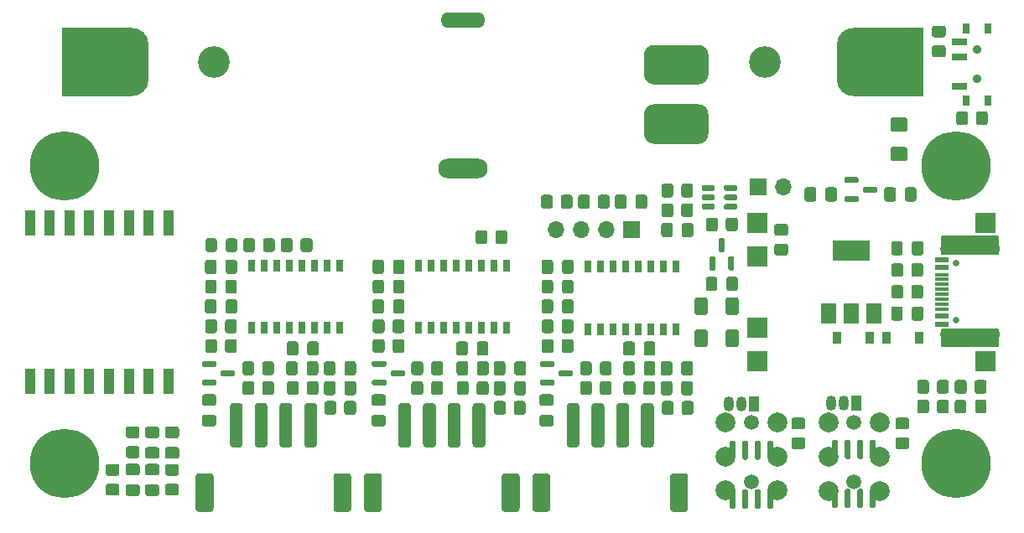
<source format=gbr>
G04 #@! TF.GenerationSoftware,KiCad,Pcbnew,6.0.7+dfsg-1~bpo11+1*
G04 #@! TF.ProjectId,wiscale,77697363-616c-4652-9e6b-696361645f70,1.0a*
G04 #@! TF.SameCoordinates,Original*
G04 #@! TF.FileFunction,Soldermask,Top*
G04 #@! TF.FilePolarity,Negative*
%FSLAX46Y46*%
G04 Gerber Fmt 4.6, Leading zero omitted, Abs format (unit mm)*
%MOMM*%
%LPD*%
G01*
G04 APERTURE LIST*
%ADD10C,0.150000*%
%ADD11R,1.100000X2.600000*%
%ADD12C,0.650000*%
%ADD13R,1.450000X0.600000*%
%ADD14R,1.450000X0.300000*%
%ADD15O,2.100000X1.000000*%
%ADD16O,1.600000X1.000000*%
%ADD17C,3.200000*%
%ADD18O,3.440000X6.880000*%
%ADD19R,7.000000X7.000000*%
%ADD20C,1.500000*%
%ADD21C,2.000000*%
%ADD22R,2.000000X2.000000*%
%ADD23O,4.500000X1.600000*%
%ADD24O,5.000000X2.000000*%
%ADD25C,0.900000*%
%ADD26R,1.500000X0.700000*%
%ADD27R,0.800000X1.000000*%
%ADD28R,0.800000X1.300000*%
%ADD29R,1.700000X1.700000*%
%ADD30O,1.700000X1.700000*%
%ADD31C,0.800000*%
%ADD32C,7.000000*%
%ADD33R,1.500000X2.000000*%
%ADD34R,3.800000X2.000000*%
%ADD35R,1.050000X1.500000*%
%ADD36O,1.050000X1.500000*%
%ADD37R,0.900000X1.200000*%
G04 APERTURE END LIST*
D10*
X199190000Y-98660000D02*
X193510000Y-98660000D01*
X193510000Y-98660000D02*
X193510000Y-96955000D01*
X193510000Y-96955000D02*
X199190000Y-96955000D01*
X199190000Y-96955000D02*
X199190000Y-98660000D01*
G36*
X199190000Y-98660000D02*
G01*
X193510000Y-98660000D01*
X193510000Y-96955000D01*
X199190000Y-96955000D01*
X199190000Y-98660000D01*
G37*
X199190000Y-87630000D02*
X193510000Y-87630000D01*
X193510000Y-87630000D02*
X193510000Y-89335000D01*
X193510000Y-89335000D02*
X199190000Y-89335000D01*
X199190000Y-89335000D02*
X199190000Y-87630000D01*
G36*
X199190000Y-87630000D02*
G01*
X193510000Y-87630000D01*
X193510000Y-89335000D01*
X199190000Y-89335000D01*
X199190000Y-87630000D01*
G37*
G36*
G01*
X138612500Y-108606843D02*
X138612500Y-104756843D01*
G75*
G02*
X138937500Y-104431843I325000J0D01*
G01*
X139587500Y-104431843D01*
G75*
G02*
X139912500Y-104756843I0J-325000D01*
G01*
X139912500Y-108606843D01*
G75*
G02*
X139587500Y-108931843I-325000J0D01*
G01*
X138937500Y-108931843D01*
G75*
G02*
X138612500Y-108606843I0J325000D01*
G01*
G37*
G36*
G01*
X141112500Y-108606843D02*
X141112500Y-104756843D01*
G75*
G02*
X141437500Y-104431843I325000J0D01*
G01*
X142087500Y-104431843D01*
G75*
G02*
X142412500Y-104756843I0J-325000D01*
G01*
X142412500Y-108606843D01*
G75*
G02*
X142087500Y-108931843I-325000J0D01*
G01*
X141437500Y-108931843D01*
G75*
G02*
X141112500Y-108606843I0J325000D01*
G01*
G37*
G36*
G01*
X143612500Y-108606843D02*
X143612500Y-104756843D01*
G75*
G02*
X143937500Y-104431843I325000J0D01*
G01*
X144587500Y-104431843D01*
G75*
G02*
X144912500Y-104756843I0J-325000D01*
G01*
X144912500Y-108606843D01*
G75*
G02*
X144587500Y-108931843I-325000J0D01*
G01*
X143937500Y-108931843D01*
G75*
G02*
X143612500Y-108606843I0J325000D01*
G01*
G37*
G36*
G01*
X146112500Y-108606843D02*
X146112500Y-104756843D01*
G75*
G02*
X146437500Y-104431843I325000J0D01*
G01*
X147087500Y-104431843D01*
G75*
G02*
X147412500Y-104756843I0J-325000D01*
G01*
X147412500Y-108606843D01*
G75*
G02*
X147087500Y-108931843I-325000J0D01*
G01*
X146437500Y-108931843D01*
G75*
G02*
X146112500Y-108606843I0J325000D01*
G01*
G37*
G36*
G01*
X135162500Y-115131842D02*
X135162500Y-111831844D01*
G75*
G02*
X135462501Y-111531843I300001J0D01*
G01*
X136662499Y-111531843D01*
G75*
G02*
X136962500Y-111831844I0J-300001D01*
G01*
X136962500Y-115131842D01*
G75*
G02*
X136662499Y-115431843I-300001J0D01*
G01*
X135462501Y-115431843D01*
G75*
G02*
X135162500Y-115131842I0J300001D01*
G01*
G37*
G36*
G01*
X149062500Y-115131842D02*
X149062500Y-111831844D01*
G75*
G02*
X149362501Y-111531843I300001J0D01*
G01*
X150562499Y-111531843D01*
G75*
G02*
X150862500Y-111831844I0J-300001D01*
G01*
X150862500Y-115131842D01*
G75*
G02*
X150562499Y-115431843I-300001J0D01*
G01*
X149362501Y-115431843D01*
G75*
G02*
X149062500Y-115131842I0J300001D01*
G01*
G37*
D11*
X101420000Y-102250000D03*
X103420000Y-102250000D03*
X105420000Y-102250000D03*
X107420000Y-102250000D03*
X109420000Y-102250000D03*
X111420000Y-102250000D03*
X113420000Y-102250000D03*
X115420000Y-102250000D03*
X115420000Y-86250000D03*
X113420000Y-86250000D03*
X111420000Y-86250000D03*
X109420000Y-86250000D03*
X107420000Y-86250000D03*
X105420000Y-86250000D03*
X103420000Y-86250000D03*
X101420000Y-86250000D03*
G36*
G01*
X168532500Y-98551607D02*
X168532500Y-97251607D01*
G75*
G02*
X168782500Y-97001607I250000J0D01*
G01*
X169607500Y-97001607D01*
G75*
G02*
X169857500Y-97251607I0J-250000D01*
G01*
X169857500Y-98551607D01*
G75*
G02*
X169607500Y-98801607I-250000J0D01*
G01*
X168782500Y-98801607D01*
G75*
G02*
X168532500Y-98551607I0J250000D01*
G01*
G37*
G36*
G01*
X171657500Y-98551607D02*
X171657500Y-97251607D01*
G75*
G02*
X171907500Y-97001607I250000J0D01*
G01*
X172732500Y-97001607D01*
G75*
G02*
X172982500Y-97251607I0J-250000D01*
G01*
X172982500Y-98551607D01*
G75*
G02*
X172732500Y-98801607I-250000J0D01*
G01*
X171907500Y-98801607D01*
G75*
G02*
X171657500Y-98551607I0J250000D01*
G01*
G37*
G36*
G01*
X189950000Y-109100000D02*
X189050000Y-109100000D01*
G75*
G02*
X188800000Y-108850000I0J250000D01*
G01*
X188800000Y-108150000D01*
G75*
G02*
X189050000Y-107900000I250000J0D01*
G01*
X189950000Y-107900000D01*
G75*
G02*
X190200000Y-108150000I0J-250000D01*
G01*
X190200000Y-108850000D01*
G75*
G02*
X189950000Y-109100000I-250000J0D01*
G01*
G37*
G36*
G01*
X189950000Y-107100000D02*
X189050000Y-107100000D01*
G75*
G02*
X188800000Y-106850000I0J250000D01*
G01*
X188800000Y-106150000D01*
G75*
G02*
X189050000Y-105900000I250000J0D01*
G01*
X189950000Y-105900000D01*
G75*
G02*
X190200000Y-106150000I0J-250000D01*
G01*
X190200000Y-106850000D01*
G75*
G02*
X189950000Y-107100000I-250000J0D01*
G01*
G37*
G36*
G01*
X122325000Y-96227736D02*
X122325000Y-97127736D01*
G75*
G02*
X122075000Y-97377736I-250000J0D01*
G01*
X121375000Y-97377736D01*
G75*
G02*
X121125000Y-97127736I0J250000D01*
G01*
X121125000Y-96227736D01*
G75*
G02*
X121375000Y-95977736I250000J0D01*
G01*
X122075000Y-95977736D01*
G75*
G02*
X122325000Y-96227736I0J-250000D01*
G01*
G37*
G36*
G01*
X120325000Y-96227736D02*
X120325000Y-97127736D01*
G75*
G02*
X120075000Y-97377736I-250000J0D01*
G01*
X119375000Y-97377736D01*
G75*
G02*
X119125000Y-97127736I0J250000D01*
G01*
X119125000Y-96227736D01*
G75*
G02*
X119375000Y-95977736I250000J0D01*
G01*
X120075000Y-95977736D01*
G75*
G02*
X120325000Y-96227736I0J-250000D01*
G01*
G37*
G36*
G01*
X149620000Y-87235714D02*
X149620000Y-88135714D01*
G75*
G02*
X149370000Y-88385714I-250000J0D01*
G01*
X148670000Y-88385714D01*
G75*
G02*
X148420000Y-88135714I0J250000D01*
G01*
X148420000Y-87235714D01*
G75*
G02*
X148670000Y-86985714I250000J0D01*
G01*
X149370000Y-86985714D01*
G75*
G02*
X149620000Y-87235714I0J-250000D01*
G01*
G37*
G36*
G01*
X147620000Y-87235714D02*
X147620000Y-88135714D01*
G75*
G02*
X147370000Y-88385714I-250000J0D01*
G01*
X146670000Y-88385714D01*
G75*
G02*
X146420000Y-88135714I0J250000D01*
G01*
X146420000Y-87235714D01*
G75*
G02*
X146670000Y-86985714I250000J0D01*
G01*
X147370000Y-86985714D01*
G75*
G02*
X147620000Y-87235714I0J-250000D01*
G01*
G37*
G36*
G01*
X165107679Y-103402736D02*
X165107679Y-102452736D01*
G75*
G02*
X165357679Y-102202736I250000J0D01*
G01*
X166032679Y-102202736D01*
G75*
G02*
X166282679Y-102452736I0J-250000D01*
G01*
X166282679Y-103402736D01*
G75*
G02*
X166032679Y-103652736I-250000J0D01*
G01*
X165357679Y-103652736D01*
G75*
G02*
X165107679Y-103402736I0J250000D01*
G01*
G37*
G36*
G01*
X167182679Y-103402736D02*
X167182679Y-102452736D01*
G75*
G02*
X167432679Y-102202736I250000J0D01*
G01*
X168107679Y-102202736D01*
G75*
G02*
X168357679Y-102452736I0J-250000D01*
G01*
X168357679Y-103402736D01*
G75*
G02*
X168107679Y-103652736I-250000J0D01*
G01*
X167432679Y-103652736D01*
G75*
G02*
X167182679Y-103402736I0J250000D01*
G01*
G37*
G36*
G01*
X179645000Y-83837500D02*
X179645000Y-82887500D01*
G75*
G02*
X179895000Y-82637500I250000J0D01*
G01*
X180570000Y-82637500D01*
G75*
G02*
X180820000Y-82887500I0J-250000D01*
G01*
X180820000Y-83837500D01*
G75*
G02*
X180570000Y-84087500I-250000J0D01*
G01*
X179895000Y-84087500D01*
G75*
G02*
X179645000Y-83837500I0J250000D01*
G01*
G37*
G36*
G01*
X181720000Y-83837500D02*
X181720000Y-82887500D01*
G75*
G02*
X181970000Y-82637500I250000J0D01*
G01*
X182645000Y-82637500D01*
G75*
G02*
X182895000Y-82887500I0J-250000D01*
G01*
X182895000Y-83837500D01*
G75*
G02*
X182645000Y-84087500I-250000J0D01*
G01*
X181970000Y-84087500D01*
G75*
G02*
X181720000Y-83837500I0J250000D01*
G01*
G37*
G36*
G01*
X116245000Y-110060714D02*
X115295000Y-110060714D01*
G75*
G02*
X115045000Y-109810714I0J250000D01*
G01*
X115045000Y-109135714D01*
G75*
G02*
X115295000Y-108885714I250000J0D01*
G01*
X116245000Y-108885714D01*
G75*
G02*
X116495000Y-109135714I0J-250000D01*
G01*
X116495000Y-109810714D01*
G75*
G02*
X116245000Y-110060714I-250000J0D01*
G01*
G37*
G36*
G01*
X116245000Y-107985714D02*
X115295000Y-107985714D01*
G75*
G02*
X115045000Y-107735714I0J250000D01*
G01*
X115045000Y-107060714D01*
G75*
G02*
X115295000Y-106810714I250000J0D01*
G01*
X116245000Y-106810714D01*
G75*
G02*
X116495000Y-107060714I0J-250000D01*
G01*
X116495000Y-107735714D01*
G75*
G02*
X116245000Y-107985714I-250000J0D01*
G01*
G37*
D12*
X194900000Y-90310000D03*
X194900000Y-96090000D03*
D13*
X193455000Y-96450000D03*
X193455000Y-95650000D03*
D14*
X193455000Y-94450000D03*
X193455000Y-93450000D03*
X193455000Y-92950000D03*
X193455000Y-91950000D03*
D13*
X193455000Y-90750000D03*
X193455000Y-89950000D03*
X193455000Y-89950000D03*
X193455000Y-90750000D03*
D14*
X193455000Y-91450000D03*
X193455000Y-92450000D03*
X193455000Y-93950000D03*
X193455000Y-94950000D03*
D13*
X193455000Y-95650000D03*
X193455000Y-96450000D03*
D15*
X194370000Y-97520000D03*
D16*
X198550000Y-97520000D03*
D15*
X194370000Y-88880000D03*
D16*
X198550000Y-88880000D03*
G36*
G01*
X165157500Y-87437500D02*
X165157500Y-86487500D01*
G75*
G02*
X165407500Y-86237500I250000J0D01*
G01*
X166082500Y-86237500D01*
G75*
G02*
X166332500Y-86487500I0J-250000D01*
G01*
X166332500Y-87437500D01*
G75*
G02*
X166082500Y-87687500I-250000J0D01*
G01*
X165407500Y-87687500D01*
G75*
G02*
X165157500Y-87437500I0J250000D01*
G01*
G37*
G36*
G01*
X167232500Y-87437500D02*
X167232500Y-86487500D01*
G75*
G02*
X167482500Y-86237500I250000J0D01*
G01*
X168157500Y-86237500D01*
G75*
G02*
X168407500Y-86487500I0J-250000D01*
G01*
X168407500Y-87437500D01*
G75*
G02*
X168157500Y-87687500I-250000J0D01*
G01*
X167482500Y-87687500D01*
G75*
G02*
X167232500Y-87437500I0J250000D01*
G01*
G37*
G36*
G01*
X136030893Y-99127736D02*
X136030893Y-98227736D01*
G75*
G02*
X136280893Y-97977736I250000J0D01*
G01*
X136980893Y-97977736D01*
G75*
G02*
X137230893Y-98227736I0J-250000D01*
G01*
X137230893Y-99127736D01*
G75*
G02*
X136980893Y-99377736I-250000J0D01*
G01*
X136280893Y-99377736D01*
G75*
G02*
X136030893Y-99127736I0J250000D01*
G01*
G37*
G36*
G01*
X138030893Y-99127736D02*
X138030893Y-98227736D01*
G75*
G02*
X138280893Y-97977736I250000J0D01*
G01*
X138980893Y-97977736D01*
G75*
G02*
X139230893Y-98227736I0J-250000D01*
G01*
X139230893Y-99127736D01*
G75*
G02*
X138980893Y-99377736I-250000J0D01*
G01*
X138280893Y-99377736D01*
G75*
G02*
X138030893Y-99127736I0J250000D01*
G01*
G37*
G36*
G01*
X161320179Y-99402736D02*
X161320179Y-98452736D01*
G75*
G02*
X161570179Y-98202736I250000J0D01*
G01*
X162245179Y-98202736D01*
G75*
G02*
X162495179Y-98452736I0J-250000D01*
G01*
X162495179Y-99402736D01*
G75*
G02*
X162245179Y-99652736I-250000J0D01*
G01*
X161570179Y-99652736D01*
G75*
G02*
X161320179Y-99402736I0J250000D01*
G01*
G37*
G36*
G01*
X163395179Y-99402736D02*
X163395179Y-98452736D01*
G75*
G02*
X163645179Y-98202736I250000J0D01*
G01*
X164320179Y-98202736D01*
G75*
G02*
X164570179Y-98452736I0J-250000D01*
G01*
X164570179Y-99402736D01*
G75*
G02*
X164320179Y-99652736I-250000J0D01*
G01*
X163645179Y-99652736D01*
G75*
G02*
X163395179Y-99402736I0J250000D01*
G01*
G37*
G36*
G01*
X163737500Y-83625000D02*
X163737500Y-84575000D01*
G75*
G02*
X163487500Y-84825000I-250000J0D01*
G01*
X162812500Y-84825000D01*
G75*
G02*
X162562500Y-84575000I0J250000D01*
G01*
X162562500Y-83625000D01*
G75*
G02*
X162812500Y-83375000I250000J0D01*
G01*
X163487500Y-83375000D01*
G75*
G02*
X163737500Y-83625000I0J-250000D01*
G01*
G37*
G36*
G01*
X161662500Y-83625000D02*
X161662500Y-84575000D01*
G75*
G02*
X161412500Y-84825000I-250000J0D01*
G01*
X160737500Y-84825000D01*
G75*
G02*
X160487500Y-84575000I0J250000D01*
G01*
X160487500Y-83625000D01*
G75*
G02*
X160737500Y-83375000I250000J0D01*
G01*
X161412500Y-83375000D01*
G75*
G02*
X161662500Y-83625000I0J-250000D01*
G01*
G37*
D17*
X175610000Y-70000000D03*
X120000000Y-70000000D03*
D18*
X184620000Y-70000000D03*
D19*
X188170000Y-70000000D03*
D18*
X111720000Y-70000000D03*
D19*
X108170000Y-70000000D03*
G36*
G01*
X137105893Y-106802736D02*
X136155893Y-106802736D01*
G75*
G02*
X135905893Y-106552736I0J250000D01*
G01*
X135905893Y-105877736D01*
G75*
G02*
X136155893Y-105627736I250000J0D01*
G01*
X137105893Y-105627736D01*
G75*
G02*
X137355893Y-105877736I0J-250000D01*
G01*
X137355893Y-106552736D01*
G75*
G02*
X137105893Y-106802736I-250000J0D01*
G01*
G37*
G36*
G01*
X137105893Y-104727736D02*
X136155893Y-104727736D01*
G75*
G02*
X135905893Y-104477736I0J250000D01*
G01*
X135905893Y-103802736D01*
G75*
G02*
X136155893Y-103552736I250000J0D01*
G01*
X137105893Y-103552736D01*
G75*
G02*
X137355893Y-103802736I0J-250000D01*
G01*
X137355893Y-104477736D01*
G75*
G02*
X137105893Y-104727736I-250000J0D01*
G01*
G37*
D20*
X184622500Y-106400714D03*
X184622500Y-112400714D03*
D21*
X182022500Y-109900714D03*
X187222500Y-109900714D03*
X187222500Y-113300714D03*
X182022500Y-113300714D03*
X182022500Y-106400714D03*
X187222500Y-106400714D03*
D22*
X174870000Y-96850000D03*
X174870000Y-89650000D03*
X197870000Y-100250000D03*
X197870000Y-86250000D03*
X174870000Y-100250000D03*
X174870000Y-86250000D03*
D23*
X145170000Y-65750000D03*
D24*
X145170000Y-80750000D03*
G36*
G01*
X169920000Y-69250000D02*
X169920000Y-71250000D01*
G75*
G02*
X168920000Y-72250000I-1000000J0D01*
G01*
X164420000Y-72250000D01*
G75*
G02*
X163420000Y-71250000I0J1000000D01*
G01*
X163420000Y-69250000D01*
G75*
G02*
X164420000Y-68250000I1000000J0D01*
G01*
X168920000Y-68250000D01*
G75*
G02*
X169920000Y-69250000I0J-1000000D01*
G01*
G37*
G36*
G01*
X169920000Y-75250000D02*
X169920000Y-77250000D01*
G75*
G02*
X168920000Y-78250000I-1000000J0D01*
G01*
X164420000Y-78250000D01*
G75*
G02*
X163420000Y-77250000I0J1000000D01*
G01*
X163420000Y-75250000D01*
G75*
G02*
X164420000Y-74250000I1000000J0D01*
G01*
X168920000Y-74250000D01*
G75*
G02*
X169920000Y-75250000I0J-1000000D01*
G01*
G37*
G36*
G01*
X151480893Y-104477736D02*
X151480893Y-105377736D01*
G75*
G02*
X151230893Y-105627736I-250000J0D01*
G01*
X150530893Y-105627736D01*
G75*
G02*
X150280893Y-105377736I0J250000D01*
G01*
X150280893Y-104477736D01*
G75*
G02*
X150530893Y-104227736I250000J0D01*
G01*
X151230893Y-104227736D01*
G75*
G02*
X151480893Y-104477736I0J-250000D01*
G01*
G37*
G36*
G01*
X149480893Y-104477736D02*
X149480893Y-105377736D01*
G75*
G02*
X149230893Y-105627736I-250000J0D01*
G01*
X148530893Y-105627736D01*
G75*
G02*
X148280893Y-105377736I0J250000D01*
G01*
X148280893Y-104477736D01*
G75*
G02*
X148530893Y-104227736I250000J0D01*
G01*
X149230893Y-104227736D01*
G75*
G02*
X149480893Y-104477736I0J-250000D01*
G01*
G37*
G36*
G01*
X192735000Y-66300714D02*
X193635000Y-66300714D01*
G75*
G02*
X193885000Y-66550714I0J-250000D01*
G01*
X193885000Y-67250714D01*
G75*
G02*
X193635000Y-67500714I-250000J0D01*
G01*
X192735000Y-67500714D01*
G75*
G02*
X192485000Y-67250714I0J250000D01*
G01*
X192485000Y-66550714D01*
G75*
G02*
X192735000Y-66300714I250000J0D01*
G01*
G37*
G36*
G01*
X192735000Y-68300714D02*
X193635000Y-68300714D01*
G75*
G02*
X193885000Y-68550714I0J-250000D01*
G01*
X193885000Y-69250714D01*
G75*
G02*
X193635000Y-69500714I-250000J0D01*
G01*
X192735000Y-69500714D01*
G75*
G02*
X192485000Y-69250714I0J250000D01*
G01*
X192485000Y-68550714D01*
G75*
G02*
X192735000Y-68300714I250000J0D01*
G01*
G37*
G36*
G01*
X119100000Y-95152736D02*
X119100000Y-94202736D01*
G75*
G02*
X119350000Y-93952736I250000J0D01*
G01*
X120025000Y-93952736D01*
G75*
G02*
X120275000Y-94202736I0J-250000D01*
G01*
X120275000Y-95152736D01*
G75*
G02*
X120025000Y-95402736I-250000J0D01*
G01*
X119350000Y-95402736D01*
G75*
G02*
X119100000Y-95152736I0J250000D01*
G01*
G37*
G36*
G01*
X121175000Y-95152736D02*
X121175000Y-94202736D01*
G75*
G02*
X121425000Y-93952736I250000J0D01*
G01*
X122100000Y-93952736D01*
G75*
G02*
X122350000Y-94202736I0J-250000D01*
G01*
X122350000Y-95152736D01*
G75*
G02*
X122100000Y-95402736I-250000J0D01*
G01*
X121425000Y-95402736D01*
G75*
G02*
X121175000Y-95152736I0J250000D01*
G01*
G37*
G36*
G01*
X135955893Y-100627736D02*
X135955893Y-100327736D01*
G75*
G02*
X136105893Y-100177736I150000J0D01*
G01*
X137280893Y-100177736D01*
G75*
G02*
X137430893Y-100327736I0J-150000D01*
G01*
X137430893Y-100627736D01*
G75*
G02*
X137280893Y-100777736I-150000J0D01*
G01*
X136105893Y-100777736D01*
G75*
G02*
X135955893Y-100627736I0J150000D01*
G01*
G37*
G36*
G01*
X135955893Y-102527736D02*
X135955893Y-102227736D01*
G75*
G02*
X136105893Y-102077736I150000J0D01*
G01*
X137280893Y-102077736D01*
G75*
G02*
X137430893Y-102227736I0J-150000D01*
G01*
X137430893Y-102527736D01*
G75*
G02*
X137280893Y-102677736I-150000J0D01*
G01*
X136105893Y-102677736D01*
G75*
G02*
X135955893Y-102527736I0J150000D01*
G01*
G37*
G36*
G01*
X137830893Y-101577736D02*
X137830893Y-101277736D01*
G75*
G02*
X137980893Y-101127736I150000J0D01*
G01*
X139155893Y-101127736D01*
G75*
G02*
X139305893Y-101277736I0J-150000D01*
G01*
X139305893Y-101577736D01*
G75*
G02*
X139155893Y-101727736I-150000J0D01*
G01*
X137980893Y-101727736D01*
G75*
G02*
X137830893Y-101577736I0J150000D01*
G01*
G37*
D25*
X197015000Y-71715000D03*
X197015000Y-68715000D03*
D26*
X195255000Y-72465000D03*
X195255000Y-69465000D03*
X195255000Y-67965000D03*
D27*
X195905000Y-66565000D03*
X195905000Y-73865000D03*
X198115000Y-73865000D03*
X198115000Y-66565000D03*
G36*
G01*
X156295179Y-96227736D02*
X156295179Y-97127736D01*
G75*
G02*
X156045179Y-97377736I-250000J0D01*
G01*
X155345179Y-97377736D01*
G75*
G02*
X155095179Y-97127736I0J250000D01*
G01*
X155095179Y-96227736D01*
G75*
G02*
X155345179Y-95977736I250000J0D01*
G01*
X156045179Y-95977736D01*
G75*
G02*
X156295179Y-96227736I0J-250000D01*
G01*
G37*
G36*
G01*
X154295179Y-96227736D02*
X154295179Y-97127736D01*
G75*
G02*
X154045179Y-97377736I-250000J0D01*
G01*
X153345179Y-97377736D01*
G75*
G02*
X153095179Y-97127736I0J250000D01*
G01*
X153095179Y-96227736D01*
G75*
G02*
X153345179Y-95977736I250000J0D01*
G01*
X154045179Y-95977736D01*
G75*
G02*
X154295179Y-96227736I0J-250000D01*
G01*
G37*
G36*
G01*
X118800000Y-100627736D02*
X118800000Y-100327736D01*
G75*
G02*
X118950000Y-100177736I150000J0D01*
G01*
X120125000Y-100177736D01*
G75*
G02*
X120275000Y-100327736I0J-150000D01*
G01*
X120275000Y-100627736D01*
G75*
G02*
X120125000Y-100777736I-150000J0D01*
G01*
X118950000Y-100777736D01*
G75*
G02*
X118800000Y-100627736I0J150000D01*
G01*
G37*
G36*
G01*
X118800000Y-102527736D02*
X118800000Y-102227736D01*
G75*
G02*
X118950000Y-102077736I150000J0D01*
G01*
X120125000Y-102077736D01*
G75*
G02*
X120275000Y-102227736I0J-150000D01*
G01*
X120275000Y-102527736D01*
G75*
G02*
X120125000Y-102677736I-150000J0D01*
G01*
X118950000Y-102677736D01*
G75*
G02*
X118800000Y-102527736I0J150000D01*
G01*
G37*
G36*
G01*
X120675000Y-101577736D02*
X120675000Y-101277736D01*
G75*
G02*
X120825000Y-101127736I150000J0D01*
G01*
X122000000Y-101127736D01*
G75*
G02*
X122150000Y-101277736I0J-150000D01*
G01*
X122150000Y-101577736D01*
G75*
G02*
X122000000Y-101727736I-150000J0D01*
G01*
X120825000Y-101727736D01*
G75*
G02*
X120675000Y-101577736I0J150000D01*
G01*
G37*
G36*
G01*
X165182500Y-83412500D02*
X165182500Y-82512500D01*
G75*
G02*
X165432500Y-82262500I250000J0D01*
G01*
X166132500Y-82262500D01*
G75*
G02*
X166382500Y-82512500I0J-250000D01*
G01*
X166382500Y-83412500D01*
G75*
G02*
X166132500Y-83662500I-250000J0D01*
G01*
X165432500Y-83662500D01*
G75*
G02*
X165182500Y-83412500I0J250000D01*
G01*
G37*
G36*
G01*
X167182500Y-83412500D02*
X167182500Y-82512500D01*
G75*
G02*
X167432500Y-82262500I250000J0D01*
G01*
X168132500Y-82262500D01*
G75*
G02*
X168382500Y-82512500I0J-250000D01*
G01*
X168382500Y-83412500D01*
G75*
G02*
X168132500Y-83662500I-250000J0D01*
G01*
X167432500Y-83662500D01*
G75*
G02*
X167182500Y-83412500I0J250000D01*
G01*
G37*
D28*
X140680893Y-96827736D03*
X141960893Y-96827736D03*
X143220893Y-96827736D03*
X144490893Y-96827736D03*
X145770893Y-96827736D03*
X147040893Y-96827736D03*
X148300893Y-96827736D03*
X149580893Y-96827736D03*
X149580893Y-90527736D03*
X148300893Y-90527736D03*
X147040893Y-90527736D03*
X145770893Y-90527736D03*
X144490893Y-90527736D03*
X143220893Y-90527736D03*
X141960893Y-90527736D03*
X140680893Y-90527736D03*
G36*
G01*
X188400000Y-93650000D02*
X188400000Y-92750000D01*
G75*
G02*
X188650000Y-92500000I250000J0D01*
G01*
X189350000Y-92500000D01*
G75*
G02*
X189600000Y-92750000I0J-250000D01*
G01*
X189600000Y-93650000D01*
G75*
G02*
X189350000Y-93900000I-250000J0D01*
G01*
X188650000Y-93900000D01*
G75*
G02*
X188400000Y-93650000I0J250000D01*
G01*
G37*
G36*
G01*
X190400000Y-93650000D02*
X190400000Y-92750000D01*
G75*
G02*
X190650000Y-92500000I250000J0D01*
G01*
X191350000Y-92500000D01*
G75*
G02*
X191600000Y-92750000I0J-250000D01*
G01*
X191600000Y-93650000D01*
G75*
G02*
X191350000Y-93900000I-250000J0D01*
G01*
X190650000Y-93900000D01*
G75*
G02*
X190400000Y-93650000I0J250000D01*
G01*
G37*
G36*
G01*
X136030893Y-93127736D02*
X136030893Y-92227736D01*
G75*
G02*
X136280893Y-91977736I250000J0D01*
G01*
X136930893Y-91977736D01*
G75*
G02*
X137180893Y-92227736I0J-250000D01*
G01*
X137180893Y-93127736D01*
G75*
G02*
X136930893Y-93377736I-250000J0D01*
G01*
X136280893Y-93377736D01*
G75*
G02*
X136030893Y-93127736I0J250000D01*
G01*
G37*
G36*
G01*
X138080893Y-93127736D02*
X138080893Y-92227736D01*
G75*
G02*
X138330893Y-91977736I250000J0D01*
G01*
X138980893Y-91977736D01*
G75*
G02*
X139230893Y-92227736I0J-250000D01*
G01*
X139230893Y-93127736D01*
G75*
G02*
X138980893Y-93377736I-250000J0D01*
G01*
X138330893Y-93377736D01*
G75*
G02*
X138080893Y-93127736I0J250000D01*
G01*
G37*
G36*
G01*
X153095179Y-93127736D02*
X153095179Y-92227736D01*
G75*
G02*
X153345179Y-91977736I250000J0D01*
G01*
X153995179Y-91977736D01*
G75*
G02*
X154245179Y-92227736I0J-250000D01*
G01*
X154245179Y-93127736D01*
G75*
G02*
X153995179Y-93377736I-250000J0D01*
G01*
X153345179Y-93377736D01*
G75*
G02*
X153095179Y-93127736I0J250000D01*
G01*
G37*
G36*
G01*
X155145179Y-93127736D02*
X155145179Y-92227736D01*
G75*
G02*
X155395179Y-91977736I250000J0D01*
G01*
X156045179Y-91977736D01*
G75*
G02*
X156295179Y-92227736I0J-250000D01*
G01*
X156295179Y-93127736D01*
G75*
G02*
X156045179Y-93377736I-250000J0D01*
G01*
X155395179Y-93377736D01*
G75*
G02*
X155145179Y-93127736I0J250000D01*
G01*
G37*
G36*
G01*
X169657500Y-92875000D02*
X169657500Y-91925000D01*
G75*
G02*
X169907500Y-91675000I250000J0D01*
G01*
X170582500Y-91675000D01*
G75*
G02*
X170832500Y-91925000I0J-250000D01*
G01*
X170832500Y-92875000D01*
G75*
G02*
X170582500Y-93125000I-250000J0D01*
G01*
X169907500Y-93125000D01*
G75*
G02*
X169657500Y-92875000I0J250000D01*
G01*
G37*
G36*
G01*
X171732500Y-92875000D02*
X171732500Y-91925000D01*
G75*
G02*
X171982500Y-91675000I250000J0D01*
G01*
X172657500Y-91675000D01*
G75*
G02*
X172907500Y-91925000I0J-250000D01*
G01*
X172907500Y-92875000D01*
G75*
G02*
X172657500Y-93125000I-250000J0D01*
G01*
X171982500Y-93125000D01*
G75*
G02*
X171732500Y-92875000I0J250000D01*
G01*
G37*
G36*
G01*
X114245000Y-113825000D02*
X113295000Y-113825000D01*
G75*
G02*
X113045000Y-113575000I0J250000D01*
G01*
X113045000Y-112900000D01*
G75*
G02*
X113295000Y-112650000I250000J0D01*
G01*
X114245000Y-112650000D01*
G75*
G02*
X114495000Y-112900000I0J-250000D01*
G01*
X114495000Y-113575000D01*
G75*
G02*
X114245000Y-113825000I-250000J0D01*
G01*
G37*
G36*
G01*
X114245000Y-111750000D02*
X113295000Y-111750000D01*
G75*
G02*
X113045000Y-111500000I0J250000D01*
G01*
X113045000Y-110825000D01*
G75*
G02*
X113295000Y-110575000I250000J0D01*
G01*
X114245000Y-110575000D01*
G75*
G02*
X114495000Y-110825000I0J-250000D01*
G01*
X114495000Y-111500000D01*
G75*
G02*
X114245000Y-111750000I-250000J0D01*
G01*
G37*
G36*
G01*
X144468393Y-99402736D02*
X144468393Y-98452736D01*
G75*
G02*
X144718393Y-98202736I250000J0D01*
G01*
X145393393Y-98202736D01*
G75*
G02*
X145643393Y-98452736I0J-250000D01*
G01*
X145643393Y-99402736D01*
G75*
G02*
X145393393Y-99652736I-250000J0D01*
G01*
X144718393Y-99652736D01*
G75*
G02*
X144468393Y-99402736I0J250000D01*
G01*
G37*
G36*
G01*
X146543393Y-99402736D02*
X146543393Y-98452736D01*
G75*
G02*
X146793393Y-98202736I250000J0D01*
G01*
X147468393Y-98202736D01*
G75*
G02*
X147718393Y-98452736I0J-250000D01*
G01*
X147718393Y-99402736D01*
G75*
G02*
X147468393Y-99652736I-250000J0D01*
G01*
X146793393Y-99652736D01*
G75*
G02*
X146543393Y-99402736I0J250000D01*
G01*
G37*
G36*
G01*
X147745000Y-100452736D02*
X147745000Y-101402736D01*
G75*
G02*
X147495000Y-101652736I-250000J0D01*
G01*
X146820000Y-101652736D01*
G75*
G02*
X146570000Y-101402736I0J250000D01*
G01*
X146570000Y-100452736D01*
G75*
G02*
X146820000Y-100202736I250000J0D01*
G01*
X147495000Y-100202736D01*
G75*
G02*
X147745000Y-100452736I0J-250000D01*
G01*
G37*
G36*
G01*
X145670000Y-100452736D02*
X145670000Y-101402736D01*
G75*
G02*
X145420000Y-101652736I-250000J0D01*
G01*
X144745000Y-101652736D01*
G75*
G02*
X144495000Y-101402736I0J250000D01*
G01*
X144495000Y-100452736D01*
G75*
G02*
X144745000Y-100202736I250000J0D01*
G01*
X145420000Y-100202736D01*
G75*
G02*
X145670000Y-100452736I0J-250000D01*
G01*
G37*
G36*
G01*
X119125000Y-93127736D02*
X119125000Y-92227736D01*
G75*
G02*
X119375000Y-91977736I250000J0D01*
G01*
X120025000Y-91977736D01*
G75*
G02*
X120275000Y-92227736I0J-250000D01*
G01*
X120275000Y-93127736D01*
G75*
G02*
X120025000Y-93377736I-250000J0D01*
G01*
X119375000Y-93377736D01*
G75*
G02*
X119125000Y-93127736I0J250000D01*
G01*
G37*
G36*
G01*
X121175000Y-93127736D02*
X121175000Y-92227736D01*
G75*
G02*
X121425000Y-91977736I250000J0D01*
G01*
X122075000Y-91977736D01*
G75*
G02*
X122325000Y-92227736I0J-250000D01*
G01*
X122325000Y-93127736D01*
G75*
G02*
X122075000Y-93377736I-250000J0D01*
G01*
X121425000Y-93377736D01*
G75*
G02*
X121175000Y-93127736I0J250000D01*
G01*
G37*
X123775000Y-96827736D03*
X125055000Y-96827736D03*
X126315000Y-96827736D03*
X127585000Y-96827736D03*
X128865000Y-96827736D03*
X130135000Y-96827736D03*
X131395000Y-96827736D03*
X132675000Y-96827736D03*
X132675000Y-90527736D03*
X131395000Y-90527736D03*
X130135000Y-90527736D03*
X128865000Y-90527736D03*
X127585000Y-90527736D03*
X126315000Y-90527736D03*
X125055000Y-90527736D03*
X123775000Y-90527736D03*
G36*
G01*
X139930893Y-101377736D02*
X139930893Y-100477736D01*
G75*
G02*
X140180893Y-100227736I250000J0D01*
G01*
X140880893Y-100227736D01*
G75*
G02*
X141130893Y-100477736I0J-250000D01*
G01*
X141130893Y-101377736D01*
G75*
G02*
X140880893Y-101627736I-250000J0D01*
G01*
X140180893Y-101627736D01*
G75*
G02*
X139930893Y-101377736I0J250000D01*
G01*
G37*
G36*
G01*
X141930893Y-101377736D02*
X141930893Y-100477736D01*
G75*
G02*
X142180893Y-100227736I250000J0D01*
G01*
X142880893Y-100227736D01*
G75*
G02*
X143130893Y-100477736I0J-250000D01*
G01*
X143130893Y-101377736D01*
G75*
G02*
X142880893Y-101627736I-250000J0D01*
G01*
X142180893Y-101627736D01*
G75*
G02*
X141930893Y-101377736I0J250000D01*
G01*
G37*
G36*
G01*
X127350000Y-99402736D02*
X127350000Y-98452736D01*
G75*
G02*
X127600000Y-98202736I250000J0D01*
G01*
X128275000Y-98202736D01*
G75*
G02*
X128525000Y-98452736I0J-250000D01*
G01*
X128525000Y-99402736D01*
G75*
G02*
X128275000Y-99652736I-250000J0D01*
G01*
X127600000Y-99652736D01*
G75*
G02*
X127350000Y-99402736I0J250000D01*
G01*
G37*
G36*
G01*
X129425000Y-99402736D02*
X129425000Y-98452736D01*
G75*
G02*
X129675000Y-98202736I250000J0D01*
G01*
X130350000Y-98202736D01*
G75*
G02*
X130600000Y-98452736I0J-250000D01*
G01*
X130600000Y-99402736D01*
G75*
G02*
X130350000Y-99652736I-250000J0D01*
G01*
X129675000Y-99652736D01*
G75*
G02*
X129425000Y-99402736I0J250000D01*
G01*
G37*
G36*
G01*
X153095179Y-99127736D02*
X153095179Y-98227736D01*
G75*
G02*
X153345179Y-97977736I250000J0D01*
G01*
X154045179Y-97977736D01*
G75*
G02*
X154295179Y-98227736I0J-250000D01*
G01*
X154295179Y-99127736D01*
G75*
G02*
X154045179Y-99377736I-250000J0D01*
G01*
X153345179Y-99377736D01*
G75*
G02*
X153095179Y-99127736I0J250000D01*
G01*
G37*
G36*
G01*
X155095179Y-99127736D02*
X155095179Y-98227736D01*
G75*
G02*
X155345179Y-97977736I250000J0D01*
G01*
X156045179Y-97977736D01*
G75*
G02*
X156295179Y-98227736I0J-250000D01*
G01*
X156295179Y-99127736D01*
G75*
G02*
X156045179Y-99377736I-250000J0D01*
G01*
X155345179Y-99377736D01*
G75*
G02*
X155095179Y-99127736I0J250000D01*
G01*
G37*
G36*
G01*
X172882500Y-85950000D02*
X172882500Y-86850000D01*
G75*
G02*
X172632500Y-87100000I-250000J0D01*
G01*
X171932500Y-87100000D01*
G75*
G02*
X171682500Y-86850000I0J250000D01*
G01*
X171682500Y-85950000D01*
G75*
G02*
X171932500Y-85700000I250000J0D01*
G01*
X172632500Y-85700000D01*
G75*
G02*
X172882500Y-85950000I0J-250000D01*
G01*
G37*
G36*
G01*
X170882500Y-85950000D02*
X170882500Y-86850000D01*
G75*
G02*
X170632500Y-87100000I-250000J0D01*
G01*
X169932500Y-87100000D01*
G75*
G02*
X169682500Y-86850000I0J250000D01*
G01*
X169682500Y-85950000D01*
G75*
G02*
X169932500Y-85700000I250000J0D01*
G01*
X170632500Y-85700000D01*
G75*
G02*
X170882500Y-85950000I0J-250000D01*
G01*
G37*
D29*
X162192500Y-86935714D03*
D30*
X159652500Y-86935714D03*
X157112500Y-86935714D03*
X154572500Y-86935714D03*
G36*
G01*
X131100000Y-103402736D02*
X131100000Y-102452736D01*
G75*
G02*
X131350000Y-102202736I250000J0D01*
G01*
X132025000Y-102202736D01*
G75*
G02*
X132275000Y-102452736I0J-250000D01*
G01*
X132275000Y-103402736D01*
G75*
G02*
X132025000Y-103652736I-250000J0D01*
G01*
X131350000Y-103652736D01*
G75*
G02*
X131100000Y-103402736I0J250000D01*
G01*
G37*
G36*
G01*
X133175000Y-103402736D02*
X133175000Y-102452736D01*
G75*
G02*
X133425000Y-102202736I250000J0D01*
G01*
X134100000Y-102202736D01*
G75*
G02*
X134350000Y-102452736I0J-250000D01*
G01*
X134350000Y-103402736D01*
G75*
G02*
X134100000Y-103652736I-250000J0D01*
G01*
X133425000Y-103652736D01*
G75*
G02*
X133175000Y-103402736I0J250000D01*
G01*
G37*
G36*
G01*
X155612500Y-108606843D02*
X155612500Y-104756843D01*
G75*
G02*
X155937500Y-104431843I325000J0D01*
G01*
X156587500Y-104431843D01*
G75*
G02*
X156912500Y-104756843I0J-325000D01*
G01*
X156912500Y-108606843D01*
G75*
G02*
X156587500Y-108931843I-325000J0D01*
G01*
X155937500Y-108931843D01*
G75*
G02*
X155612500Y-108606843I0J325000D01*
G01*
G37*
G36*
G01*
X158112500Y-108606843D02*
X158112500Y-104756843D01*
G75*
G02*
X158437500Y-104431843I325000J0D01*
G01*
X159087500Y-104431843D01*
G75*
G02*
X159412500Y-104756843I0J-325000D01*
G01*
X159412500Y-108606843D01*
G75*
G02*
X159087500Y-108931843I-325000J0D01*
G01*
X158437500Y-108931843D01*
G75*
G02*
X158112500Y-108606843I0J325000D01*
G01*
G37*
G36*
G01*
X160612500Y-108606843D02*
X160612500Y-104756843D01*
G75*
G02*
X160937500Y-104431843I325000J0D01*
G01*
X161587500Y-104431843D01*
G75*
G02*
X161912500Y-104756843I0J-325000D01*
G01*
X161912500Y-108606843D01*
G75*
G02*
X161587500Y-108931843I-325000J0D01*
G01*
X160937500Y-108931843D01*
G75*
G02*
X160612500Y-108606843I0J325000D01*
G01*
G37*
G36*
G01*
X163112500Y-108606843D02*
X163112500Y-104756843D01*
G75*
G02*
X163437500Y-104431843I325000J0D01*
G01*
X164087500Y-104431843D01*
G75*
G02*
X164412500Y-104756843I0J-325000D01*
G01*
X164412500Y-108606843D01*
G75*
G02*
X164087500Y-108931843I-325000J0D01*
G01*
X163437500Y-108931843D01*
G75*
G02*
X163112500Y-108606843I0J325000D01*
G01*
G37*
G36*
G01*
X166062500Y-115131842D02*
X166062500Y-111831844D01*
G75*
G02*
X166362501Y-111531843I300001J0D01*
G01*
X167562499Y-111531843D01*
G75*
G02*
X167862500Y-111831844I0J-300001D01*
G01*
X167862500Y-115131842D01*
G75*
G02*
X167562499Y-115431843I-300001J0D01*
G01*
X166362501Y-115431843D01*
G75*
G02*
X166062500Y-115131842I0J300001D01*
G01*
G37*
G36*
G01*
X152162500Y-115131842D02*
X152162500Y-111831844D01*
G75*
G02*
X152462501Y-111531843I300001J0D01*
G01*
X153662499Y-111531843D01*
G75*
G02*
X153962500Y-111831844I0J-300001D01*
G01*
X153962500Y-115131842D01*
G75*
G02*
X153662499Y-115431843I-300001J0D01*
G01*
X152462501Y-115431843D01*
G75*
G02*
X152162500Y-115131842I0J300001D01*
G01*
G37*
G36*
G01*
X154055893Y-106802736D02*
X153105893Y-106802736D01*
G75*
G02*
X152855893Y-106552736I0J250000D01*
G01*
X152855893Y-105877736D01*
G75*
G02*
X153105893Y-105627736I250000J0D01*
G01*
X154055893Y-105627736D01*
G75*
G02*
X154305893Y-105877736I0J-250000D01*
G01*
X154305893Y-106552736D01*
G75*
G02*
X154055893Y-106802736I-250000J0D01*
G01*
G37*
G36*
G01*
X154055893Y-104727736D02*
X153105893Y-104727736D01*
G75*
G02*
X152855893Y-104477736I0J250000D01*
G01*
X152855893Y-103802736D01*
G75*
G02*
X153105893Y-103552736I250000J0D01*
G01*
X154055893Y-103552736D01*
G75*
G02*
X154305893Y-103802736I0J-250000D01*
G01*
X154305893Y-104477736D01*
G75*
G02*
X154055893Y-104727736I-250000J0D01*
G01*
G37*
D31*
X197545000Y-80500000D03*
D32*
X194920000Y-80500000D03*
D31*
X192295000Y-80500000D03*
X194920000Y-77875000D03*
X194920000Y-83125000D03*
X196776155Y-78643845D03*
X196776155Y-82356155D03*
X193063845Y-82356155D03*
X193063845Y-78643845D03*
G36*
G01*
X194800000Y-103250000D02*
X194800000Y-102350000D01*
G75*
G02*
X195050000Y-102100000I250000J0D01*
G01*
X195750000Y-102100000D01*
G75*
G02*
X196000000Y-102350000I0J-250000D01*
G01*
X196000000Y-103250000D01*
G75*
G02*
X195750000Y-103500000I-250000J0D01*
G01*
X195050000Y-103500000D01*
G75*
G02*
X194800000Y-103250000I0J250000D01*
G01*
G37*
G36*
G01*
X196800000Y-103250000D02*
X196800000Y-102350000D01*
G75*
G02*
X197050000Y-102100000I250000J0D01*
G01*
X197750000Y-102100000D01*
G75*
G02*
X198000000Y-102350000I0J-250000D01*
G01*
X198000000Y-103250000D01*
G75*
G02*
X197750000Y-103500000I-250000J0D01*
G01*
X197050000Y-103500000D01*
G75*
G02*
X196800000Y-103250000I0J250000D01*
G01*
G37*
G36*
G01*
X198135000Y-75215000D02*
X198135000Y-76115000D01*
G75*
G02*
X197885000Y-76365000I-250000J0D01*
G01*
X197185000Y-76365000D01*
G75*
G02*
X196935000Y-76115000I0J250000D01*
G01*
X196935000Y-75215000D01*
G75*
G02*
X197185000Y-74965000I250000J0D01*
G01*
X197885000Y-74965000D01*
G75*
G02*
X198135000Y-75215000I0J-250000D01*
G01*
G37*
G36*
G01*
X196135000Y-75215000D02*
X196135000Y-76115000D01*
G75*
G02*
X195885000Y-76365000I-250000J0D01*
G01*
X195185000Y-76365000D01*
G75*
G02*
X194935000Y-76115000I0J250000D01*
G01*
X194935000Y-75215000D01*
G75*
G02*
X195185000Y-74965000I250000J0D01*
G01*
X195885000Y-74965000D01*
G75*
G02*
X196135000Y-75215000I0J-250000D01*
G01*
G37*
G36*
G01*
X126075000Y-102477736D02*
X126075000Y-103377736D01*
G75*
G02*
X125825000Y-103627736I-250000J0D01*
G01*
X125125000Y-103627736D01*
G75*
G02*
X124875000Y-103377736I0J250000D01*
G01*
X124875000Y-102477736D01*
G75*
G02*
X125125000Y-102227736I250000J0D01*
G01*
X125825000Y-102227736D01*
G75*
G02*
X126075000Y-102477736I0J-250000D01*
G01*
G37*
G36*
G01*
X124075000Y-102477736D02*
X124075000Y-103377736D01*
G75*
G02*
X123825000Y-103627736I-250000J0D01*
G01*
X123125000Y-103627736D01*
G75*
G02*
X122875000Y-103377736I0J250000D01*
G01*
X122875000Y-102477736D01*
G75*
G02*
X123125000Y-102227736I250000J0D01*
G01*
X123825000Y-102227736D01*
G75*
G02*
X124075000Y-102477736I0J-250000D01*
G01*
G37*
G36*
G01*
X170482500Y-91075000D02*
X170182500Y-91075000D01*
G75*
G02*
X170032500Y-90925000I0J150000D01*
G01*
X170032500Y-89750000D01*
G75*
G02*
X170182500Y-89600000I150000J0D01*
G01*
X170482500Y-89600000D01*
G75*
G02*
X170632500Y-89750000I0J-150000D01*
G01*
X170632500Y-90925000D01*
G75*
G02*
X170482500Y-91075000I-150000J0D01*
G01*
G37*
G36*
G01*
X172382500Y-91075000D02*
X172082500Y-91075000D01*
G75*
G02*
X171932500Y-90925000I0J150000D01*
G01*
X171932500Y-89750000D01*
G75*
G02*
X172082500Y-89600000I150000J0D01*
G01*
X172382500Y-89600000D01*
G75*
G02*
X172532500Y-89750000I0J-150000D01*
G01*
X172532500Y-90925000D01*
G75*
G02*
X172382500Y-91075000I-150000J0D01*
G01*
G37*
G36*
G01*
X171432500Y-89200000D02*
X171132500Y-89200000D01*
G75*
G02*
X170982500Y-89050000I0J150000D01*
G01*
X170982500Y-87875000D01*
G75*
G02*
X171132500Y-87725000I150000J0D01*
G01*
X171432500Y-87725000D01*
G75*
G02*
X171582500Y-87875000I0J-150000D01*
G01*
X171582500Y-89050000D01*
G75*
G02*
X171432500Y-89200000I-150000J0D01*
G01*
G37*
X197545000Y-110500000D03*
X196776155Y-112356155D03*
X194920000Y-113125000D03*
X192295000Y-110500000D03*
X194920000Y-107875000D03*
X193063845Y-108643845D03*
D32*
X194920000Y-110500000D03*
D31*
X193063845Y-112356155D03*
X196776155Y-108643845D03*
G36*
G01*
X198000000Y-104350000D02*
X198000000Y-105250000D01*
G75*
G02*
X197750000Y-105500000I-250000J0D01*
G01*
X197100000Y-105500000D01*
G75*
G02*
X196850000Y-105250000I0J250000D01*
G01*
X196850000Y-104350000D01*
G75*
G02*
X197100000Y-104100000I250000J0D01*
G01*
X197750000Y-104100000D01*
G75*
G02*
X198000000Y-104350000I0J-250000D01*
G01*
G37*
G36*
G01*
X195950000Y-104350000D02*
X195950000Y-105250000D01*
G75*
G02*
X195700000Y-105500000I-250000J0D01*
G01*
X195050000Y-105500000D01*
G75*
G02*
X194800000Y-105250000I0J250000D01*
G01*
X194800000Y-104350000D01*
G75*
G02*
X195050000Y-104100000I250000J0D01*
G01*
X195700000Y-104100000D01*
G75*
G02*
X195950000Y-104350000I0J-250000D01*
G01*
G37*
G36*
G01*
X168357679Y-100452736D02*
X168357679Y-101402736D01*
G75*
G02*
X168107679Y-101652736I-250000J0D01*
G01*
X167432679Y-101652736D01*
G75*
G02*
X167182679Y-101402736I0J250000D01*
G01*
X167182679Y-100452736D01*
G75*
G02*
X167432679Y-100202736I250000J0D01*
G01*
X168107679Y-100202736D01*
G75*
G02*
X168357679Y-100452736I0J-250000D01*
G01*
G37*
G36*
G01*
X166282679Y-100452736D02*
X166282679Y-101402736D01*
G75*
G02*
X166032679Y-101652736I-250000J0D01*
G01*
X165357679Y-101652736D01*
G75*
G02*
X165107679Y-101402736I0J250000D01*
G01*
X165107679Y-100452736D01*
G75*
G02*
X165357679Y-100202736I250000J0D01*
G01*
X166032679Y-100202736D01*
G75*
G02*
X166282679Y-100452736I0J-250000D01*
G01*
G37*
G36*
G01*
X164545179Y-102477736D02*
X164545179Y-103377736D01*
G75*
G02*
X164295179Y-103627736I-250000J0D01*
G01*
X163595179Y-103627736D01*
G75*
G02*
X163345179Y-103377736I0J250000D01*
G01*
X163345179Y-102477736D01*
G75*
G02*
X163595179Y-102227736I250000J0D01*
G01*
X164295179Y-102227736D01*
G75*
G02*
X164545179Y-102477736I0J-250000D01*
G01*
G37*
G36*
G01*
X162545179Y-102477736D02*
X162545179Y-103377736D01*
G75*
G02*
X162295179Y-103627736I-250000J0D01*
G01*
X161595179Y-103627736D01*
G75*
G02*
X161345179Y-103377736I0J250000D01*
G01*
X161345179Y-102477736D01*
G75*
G02*
X161595179Y-102227736I250000J0D01*
G01*
X162295179Y-102227736D01*
G75*
G02*
X162545179Y-102477736I0J-250000D01*
G01*
G37*
G36*
G01*
X176031612Y-108210714D02*
X176331612Y-108210714D01*
G75*
G02*
X176481612Y-108360714I0J-150000D01*
G01*
X176481612Y-110010714D01*
G75*
G02*
X176331612Y-110160714I-150000J0D01*
G01*
X176031612Y-110160714D01*
G75*
G02*
X175881612Y-110010714I0J150000D01*
G01*
X175881612Y-108360714D01*
G75*
G02*
X176031612Y-108210714I150000J0D01*
G01*
G37*
G36*
G01*
X174761612Y-108210714D02*
X175061612Y-108210714D01*
G75*
G02*
X175211612Y-108360714I0J-150000D01*
G01*
X175211612Y-110010714D01*
G75*
G02*
X175061612Y-110160714I-150000J0D01*
G01*
X174761612Y-110160714D01*
G75*
G02*
X174611612Y-110010714I0J150000D01*
G01*
X174611612Y-108360714D01*
G75*
G02*
X174761612Y-108210714I150000J0D01*
G01*
G37*
G36*
G01*
X173491612Y-108210714D02*
X173791612Y-108210714D01*
G75*
G02*
X173941612Y-108360714I0J-150000D01*
G01*
X173941612Y-110010714D01*
G75*
G02*
X173791612Y-110160714I-150000J0D01*
G01*
X173491612Y-110160714D01*
G75*
G02*
X173341612Y-110010714I0J150000D01*
G01*
X173341612Y-108360714D01*
G75*
G02*
X173491612Y-108210714I150000J0D01*
G01*
G37*
G36*
G01*
X172221612Y-108210714D02*
X172521612Y-108210714D01*
G75*
G02*
X172671612Y-108360714I0J-150000D01*
G01*
X172671612Y-110010714D01*
G75*
G02*
X172521612Y-110160714I-150000J0D01*
G01*
X172221612Y-110160714D01*
G75*
G02*
X172071612Y-110010714I0J150000D01*
G01*
X172071612Y-108360714D01*
G75*
G02*
X172221612Y-108210714I150000J0D01*
G01*
G37*
G36*
G01*
X172221612Y-113160714D02*
X172521612Y-113160714D01*
G75*
G02*
X172671612Y-113310714I0J-150000D01*
G01*
X172671612Y-114960714D01*
G75*
G02*
X172521612Y-115110714I-150000J0D01*
G01*
X172221612Y-115110714D01*
G75*
G02*
X172071612Y-114960714I0J150000D01*
G01*
X172071612Y-113310714D01*
G75*
G02*
X172221612Y-113160714I150000J0D01*
G01*
G37*
G36*
G01*
X173491612Y-113160714D02*
X173791612Y-113160714D01*
G75*
G02*
X173941612Y-113310714I0J-150000D01*
G01*
X173941612Y-114960714D01*
G75*
G02*
X173791612Y-115110714I-150000J0D01*
G01*
X173491612Y-115110714D01*
G75*
G02*
X173341612Y-114960714I0J150000D01*
G01*
X173341612Y-113310714D01*
G75*
G02*
X173491612Y-113160714I150000J0D01*
G01*
G37*
G36*
G01*
X174761612Y-113160714D02*
X175061612Y-113160714D01*
G75*
G02*
X175211612Y-113310714I0J-150000D01*
G01*
X175211612Y-114960714D01*
G75*
G02*
X175061612Y-115110714I-150000J0D01*
G01*
X174761612Y-115110714D01*
G75*
G02*
X174611612Y-114960714I0J150000D01*
G01*
X174611612Y-113310714D01*
G75*
G02*
X174761612Y-113160714I150000J0D01*
G01*
G37*
G36*
G01*
X176031612Y-113160714D02*
X176331612Y-113160714D01*
G75*
G02*
X176481612Y-113310714I0J-150000D01*
G01*
X176481612Y-114960714D01*
G75*
G02*
X176331612Y-115110714I-150000J0D01*
G01*
X176031612Y-115110714D01*
G75*
G02*
X175881612Y-114960714I0J150000D01*
G01*
X175881612Y-113310714D01*
G75*
G02*
X176031612Y-113160714I150000J0D01*
G01*
G37*
G36*
G01*
X186377500Y-108150714D02*
X186677500Y-108150714D01*
G75*
G02*
X186827500Y-108300714I0J-150000D01*
G01*
X186827500Y-109950714D01*
G75*
G02*
X186677500Y-110100714I-150000J0D01*
G01*
X186377500Y-110100714D01*
G75*
G02*
X186227500Y-109950714I0J150000D01*
G01*
X186227500Y-108300714D01*
G75*
G02*
X186377500Y-108150714I150000J0D01*
G01*
G37*
G36*
G01*
X185107500Y-108150714D02*
X185407500Y-108150714D01*
G75*
G02*
X185557500Y-108300714I0J-150000D01*
G01*
X185557500Y-109950714D01*
G75*
G02*
X185407500Y-110100714I-150000J0D01*
G01*
X185107500Y-110100714D01*
G75*
G02*
X184957500Y-109950714I0J150000D01*
G01*
X184957500Y-108300714D01*
G75*
G02*
X185107500Y-108150714I150000J0D01*
G01*
G37*
G36*
G01*
X183837500Y-108150714D02*
X184137500Y-108150714D01*
G75*
G02*
X184287500Y-108300714I0J-150000D01*
G01*
X184287500Y-109950714D01*
G75*
G02*
X184137500Y-110100714I-150000J0D01*
G01*
X183837500Y-110100714D01*
G75*
G02*
X183687500Y-109950714I0J150000D01*
G01*
X183687500Y-108300714D01*
G75*
G02*
X183837500Y-108150714I150000J0D01*
G01*
G37*
G36*
G01*
X182567500Y-108150714D02*
X182867500Y-108150714D01*
G75*
G02*
X183017500Y-108300714I0J-150000D01*
G01*
X183017500Y-109950714D01*
G75*
G02*
X182867500Y-110100714I-150000J0D01*
G01*
X182567500Y-110100714D01*
G75*
G02*
X182417500Y-109950714I0J150000D01*
G01*
X182417500Y-108300714D01*
G75*
G02*
X182567500Y-108150714I150000J0D01*
G01*
G37*
G36*
G01*
X182567500Y-113100714D02*
X182867500Y-113100714D01*
G75*
G02*
X183017500Y-113250714I0J-150000D01*
G01*
X183017500Y-114900714D01*
G75*
G02*
X182867500Y-115050714I-150000J0D01*
G01*
X182567500Y-115050714D01*
G75*
G02*
X182417500Y-114900714I0J150000D01*
G01*
X182417500Y-113250714D01*
G75*
G02*
X182567500Y-113100714I150000J0D01*
G01*
G37*
G36*
G01*
X183837500Y-113100714D02*
X184137500Y-113100714D01*
G75*
G02*
X184287500Y-113250714I0J-150000D01*
G01*
X184287500Y-114900714D01*
G75*
G02*
X184137500Y-115050714I-150000J0D01*
G01*
X183837500Y-115050714D01*
G75*
G02*
X183687500Y-114900714I0J150000D01*
G01*
X183687500Y-113250714D01*
G75*
G02*
X183837500Y-113100714I150000J0D01*
G01*
G37*
G36*
G01*
X185107500Y-113100714D02*
X185407500Y-113100714D01*
G75*
G02*
X185557500Y-113250714I0J-150000D01*
G01*
X185557500Y-114900714D01*
G75*
G02*
X185407500Y-115050714I-150000J0D01*
G01*
X185107500Y-115050714D01*
G75*
G02*
X184957500Y-114900714I0J150000D01*
G01*
X184957500Y-113250714D01*
G75*
G02*
X185107500Y-113100714I150000J0D01*
G01*
G37*
G36*
G01*
X186377500Y-113100714D02*
X186677500Y-113100714D01*
G75*
G02*
X186827500Y-113250714I0J-150000D01*
G01*
X186827500Y-114900714D01*
G75*
G02*
X186677500Y-115050714I-150000J0D01*
G01*
X186377500Y-115050714D01*
G75*
G02*
X186227500Y-114900714I0J150000D01*
G01*
X186227500Y-113250714D01*
G75*
G02*
X186377500Y-113100714I150000J0D01*
G01*
G37*
G36*
G01*
X119152500Y-88935714D02*
X119152500Y-88035714D01*
G75*
G02*
X119402500Y-87785714I250000J0D01*
G01*
X120052500Y-87785714D01*
G75*
G02*
X120302500Y-88035714I0J-250000D01*
G01*
X120302500Y-88935714D01*
G75*
G02*
X120052500Y-89185714I-250000J0D01*
G01*
X119402500Y-89185714D01*
G75*
G02*
X119152500Y-88935714I0J250000D01*
G01*
G37*
G36*
G01*
X121202500Y-88935714D02*
X121202500Y-88035714D01*
G75*
G02*
X121452500Y-87785714I250000J0D01*
G01*
X122102500Y-87785714D01*
G75*
G02*
X122352500Y-88035714I0J-250000D01*
G01*
X122352500Y-88935714D01*
G75*
G02*
X122102500Y-89185714I-250000J0D01*
G01*
X121452500Y-89185714D01*
G75*
G02*
X121202500Y-88935714I0J250000D01*
G01*
G37*
G36*
G01*
X134350000Y-100452736D02*
X134350000Y-101402736D01*
G75*
G02*
X134100000Y-101652736I-250000J0D01*
G01*
X133425000Y-101652736D01*
G75*
G02*
X133175000Y-101402736I0J250000D01*
G01*
X133175000Y-100452736D01*
G75*
G02*
X133425000Y-100202736I250000J0D01*
G01*
X134100000Y-100202736D01*
G75*
G02*
X134350000Y-100452736I0J-250000D01*
G01*
G37*
G36*
G01*
X132275000Y-100452736D02*
X132275000Y-101402736D01*
G75*
G02*
X132025000Y-101652736I-250000J0D01*
G01*
X131350000Y-101652736D01*
G75*
G02*
X131100000Y-101402736I0J250000D01*
G01*
X131100000Y-100452736D01*
G75*
G02*
X131350000Y-100202736I250000J0D01*
G01*
X132025000Y-100202736D01*
G75*
G02*
X132275000Y-100452736I0J-250000D01*
G01*
G37*
G36*
G01*
X121612500Y-108606843D02*
X121612500Y-104756843D01*
G75*
G02*
X121937500Y-104431843I325000J0D01*
G01*
X122587500Y-104431843D01*
G75*
G02*
X122912500Y-104756843I0J-325000D01*
G01*
X122912500Y-108606843D01*
G75*
G02*
X122587500Y-108931843I-325000J0D01*
G01*
X121937500Y-108931843D01*
G75*
G02*
X121612500Y-108606843I0J325000D01*
G01*
G37*
G36*
G01*
X124112500Y-108606843D02*
X124112500Y-104756843D01*
G75*
G02*
X124437500Y-104431843I325000J0D01*
G01*
X125087500Y-104431843D01*
G75*
G02*
X125412500Y-104756843I0J-325000D01*
G01*
X125412500Y-108606843D01*
G75*
G02*
X125087500Y-108931843I-325000J0D01*
G01*
X124437500Y-108931843D01*
G75*
G02*
X124112500Y-108606843I0J325000D01*
G01*
G37*
G36*
G01*
X126612500Y-108606843D02*
X126612500Y-104756843D01*
G75*
G02*
X126937500Y-104431843I325000J0D01*
G01*
X127587500Y-104431843D01*
G75*
G02*
X127912500Y-104756843I0J-325000D01*
G01*
X127912500Y-108606843D01*
G75*
G02*
X127587500Y-108931843I-325000J0D01*
G01*
X126937500Y-108931843D01*
G75*
G02*
X126612500Y-108606843I0J325000D01*
G01*
G37*
G36*
G01*
X129112500Y-108606843D02*
X129112500Y-104756843D01*
G75*
G02*
X129437500Y-104431843I325000J0D01*
G01*
X130087500Y-104431843D01*
G75*
G02*
X130412500Y-104756843I0J-325000D01*
G01*
X130412500Y-108606843D01*
G75*
G02*
X130087500Y-108931843I-325000J0D01*
G01*
X129437500Y-108931843D01*
G75*
G02*
X129112500Y-108606843I0J325000D01*
G01*
G37*
G36*
G01*
X132062500Y-115131842D02*
X132062500Y-111831844D01*
G75*
G02*
X132362501Y-111531843I300001J0D01*
G01*
X133562499Y-111531843D01*
G75*
G02*
X133862500Y-111831844I0J-300001D01*
G01*
X133862500Y-115131842D01*
G75*
G02*
X133562499Y-115431843I-300001J0D01*
G01*
X132362501Y-115431843D01*
G75*
G02*
X132062500Y-115131842I0J300001D01*
G01*
G37*
G36*
G01*
X118162500Y-115131842D02*
X118162500Y-111831844D01*
G75*
G02*
X118462501Y-111531843I300001J0D01*
G01*
X119662499Y-111531843D01*
G75*
G02*
X119962500Y-111831844I0J-300001D01*
G01*
X119962500Y-115131842D01*
G75*
G02*
X119662499Y-115431843I-300001J0D01*
G01*
X118462501Y-115431843D01*
G75*
G02*
X118162500Y-115131842I0J300001D01*
G01*
G37*
D33*
X182040000Y-95350000D03*
D34*
X184340000Y-89050000D03*
D33*
X184340000Y-95350000D03*
X186640000Y-95350000D03*
G36*
G01*
X156963572Y-101377736D02*
X156963572Y-100477736D01*
G75*
G02*
X157213572Y-100227736I250000J0D01*
G01*
X157913572Y-100227736D01*
G75*
G02*
X158163572Y-100477736I0J-250000D01*
G01*
X158163572Y-101377736D01*
G75*
G02*
X157913572Y-101627736I-250000J0D01*
G01*
X157213572Y-101627736D01*
G75*
G02*
X156963572Y-101377736I0J250000D01*
G01*
G37*
G36*
G01*
X158963572Y-101377736D02*
X158963572Y-100477736D01*
G75*
G02*
X159213572Y-100227736I250000J0D01*
G01*
X159913572Y-100227736D01*
G75*
G02*
X160163572Y-100477736I0J-250000D01*
G01*
X160163572Y-101377736D01*
G75*
G02*
X159913572Y-101627736I-250000J0D01*
G01*
X159213572Y-101627736D01*
G75*
G02*
X158963572Y-101377736I0J250000D01*
G01*
G37*
G36*
G01*
X148255893Y-103402736D02*
X148255893Y-102452736D01*
G75*
G02*
X148505893Y-102202736I250000J0D01*
G01*
X149180893Y-102202736D01*
G75*
G02*
X149430893Y-102452736I0J-250000D01*
G01*
X149430893Y-103402736D01*
G75*
G02*
X149180893Y-103652736I-250000J0D01*
G01*
X148505893Y-103652736D01*
G75*
G02*
X148255893Y-103402736I0J250000D01*
G01*
G37*
G36*
G01*
X150330893Y-103402736D02*
X150330893Y-102452736D01*
G75*
G02*
X150580893Y-102202736I250000J0D01*
G01*
X151255893Y-102202736D01*
G75*
G02*
X151505893Y-102452736I0J-250000D01*
G01*
X151505893Y-103402736D01*
G75*
G02*
X151255893Y-103652736I-250000J0D01*
G01*
X150580893Y-103652736D01*
G75*
G02*
X150330893Y-103402736I0J250000D01*
G01*
G37*
G36*
G01*
X168382500Y-84512500D02*
X168382500Y-85412500D01*
G75*
G02*
X168132500Y-85662500I-250000J0D01*
G01*
X167432500Y-85662500D01*
G75*
G02*
X167182500Y-85412500I0J250000D01*
G01*
X167182500Y-84512500D01*
G75*
G02*
X167432500Y-84262500I250000J0D01*
G01*
X168132500Y-84262500D01*
G75*
G02*
X168382500Y-84512500I0J-250000D01*
G01*
G37*
G36*
G01*
X166382500Y-84512500D02*
X166382500Y-85412500D01*
G75*
G02*
X166132500Y-85662500I-250000J0D01*
G01*
X165432500Y-85662500D01*
G75*
G02*
X165182500Y-85412500I0J250000D01*
G01*
X165182500Y-84512500D01*
G75*
G02*
X165432500Y-84262500I250000J0D01*
G01*
X166132500Y-84262500D01*
G75*
G02*
X166382500Y-84512500I0J-250000D01*
G01*
G37*
G36*
G01*
X160163572Y-102473629D02*
X160163572Y-103373629D01*
G75*
G02*
X159913572Y-103623629I-250000J0D01*
G01*
X159213572Y-103623629D01*
G75*
G02*
X158963572Y-103373629I0J250000D01*
G01*
X158963572Y-102473629D01*
G75*
G02*
X159213572Y-102223629I250000J0D01*
G01*
X159913572Y-102223629D01*
G75*
G02*
X160163572Y-102473629I0J-250000D01*
G01*
G37*
G36*
G01*
X158163572Y-102473629D02*
X158163572Y-103373629D01*
G75*
G02*
X157913572Y-103623629I-250000J0D01*
G01*
X157213572Y-103623629D01*
G75*
G02*
X156963572Y-103373629I0J250000D01*
G01*
X156963572Y-102473629D01*
G75*
G02*
X157213572Y-102223629I250000J0D01*
G01*
X157913572Y-102223629D01*
G75*
G02*
X158163572Y-102473629I0J-250000D01*
G01*
G37*
D35*
X174546612Y-104500714D03*
D36*
X173276612Y-104500714D03*
X172006612Y-104500714D03*
G36*
G01*
X122875000Y-101377736D02*
X122875000Y-100477736D01*
G75*
G02*
X123125000Y-100227736I250000J0D01*
G01*
X123825000Y-100227736D01*
G75*
G02*
X124075000Y-100477736I0J-250000D01*
G01*
X124075000Y-101377736D01*
G75*
G02*
X123825000Y-101627736I-250000J0D01*
G01*
X123125000Y-101627736D01*
G75*
G02*
X122875000Y-101377736I0J250000D01*
G01*
G37*
G36*
G01*
X124875000Y-101377736D02*
X124875000Y-100477736D01*
G75*
G02*
X125125000Y-100227736I250000J0D01*
G01*
X125825000Y-100227736D01*
G75*
G02*
X126075000Y-100477736I0J-250000D01*
G01*
X126075000Y-101377736D01*
G75*
G02*
X125825000Y-101627736I-250000J0D01*
G01*
X125125000Y-101627736D01*
G75*
G02*
X124875000Y-101377736I0J250000D01*
G01*
G37*
G36*
G01*
X119987500Y-106802736D02*
X119037500Y-106802736D01*
G75*
G02*
X118787500Y-106552736I0J250000D01*
G01*
X118787500Y-105877736D01*
G75*
G02*
X119037500Y-105627736I250000J0D01*
G01*
X119987500Y-105627736D01*
G75*
G02*
X120237500Y-105877736I0J-250000D01*
G01*
X120237500Y-106552736D01*
G75*
G02*
X119987500Y-106802736I-250000J0D01*
G01*
G37*
G36*
G01*
X119987500Y-104727736D02*
X119037500Y-104727736D01*
G75*
G02*
X118787500Y-104477736I0J250000D01*
G01*
X118787500Y-103802736D01*
G75*
G02*
X119037500Y-103552736I250000J0D01*
G01*
X119987500Y-103552736D01*
G75*
G02*
X120237500Y-103802736I0J-250000D01*
G01*
X120237500Y-104477736D01*
G75*
G02*
X119987500Y-104727736I-250000J0D01*
G01*
G37*
G36*
G01*
X153070179Y-91152736D02*
X153070179Y-90202736D01*
G75*
G02*
X153320179Y-89952736I250000J0D01*
G01*
X153995179Y-89952736D01*
G75*
G02*
X154245179Y-90202736I0J-250000D01*
G01*
X154245179Y-91152736D01*
G75*
G02*
X153995179Y-91402736I-250000J0D01*
G01*
X153320179Y-91402736D01*
G75*
G02*
X153070179Y-91152736I0J250000D01*
G01*
G37*
G36*
G01*
X155145179Y-91152736D02*
X155145179Y-90202736D01*
G75*
G02*
X155395179Y-89952736I250000J0D01*
G01*
X156070179Y-89952736D01*
G75*
G02*
X156320179Y-90202736I0J-250000D01*
G01*
X156320179Y-91152736D01*
G75*
G02*
X156070179Y-91402736I-250000J0D01*
G01*
X155395179Y-91402736D01*
G75*
G02*
X155145179Y-91152736I0J250000D01*
G01*
G37*
G36*
G01*
X189782499Y-80000000D02*
X188532501Y-80000000D01*
G75*
G02*
X188282500Y-79749999I0J250001D01*
G01*
X188282500Y-78825001D01*
G75*
G02*
X188532501Y-78575000I250001J0D01*
G01*
X189782499Y-78575000D01*
G75*
G02*
X190032500Y-78825001I0J-250001D01*
G01*
X190032500Y-79749999D01*
G75*
G02*
X189782499Y-80000000I-250001J0D01*
G01*
G37*
G36*
G01*
X189782499Y-77025000D02*
X188532501Y-77025000D01*
G75*
G02*
X188282500Y-76774999I0J250001D01*
G01*
X188282500Y-75850001D01*
G75*
G02*
X188532501Y-75600000I250001J0D01*
G01*
X189782499Y-75600000D01*
G75*
G02*
X190032500Y-75850001I0J-250001D01*
G01*
X190032500Y-76774999D01*
G75*
G02*
X189782499Y-77025000I-250001J0D01*
G01*
G37*
G36*
G01*
X194200000Y-104350000D02*
X194200000Y-105250000D01*
G75*
G02*
X193950000Y-105500000I-250000J0D01*
G01*
X193250000Y-105500000D01*
G75*
G02*
X193000000Y-105250000I0J250000D01*
G01*
X193000000Y-104350000D01*
G75*
G02*
X193250000Y-104100000I250000J0D01*
G01*
X193950000Y-104100000D01*
G75*
G02*
X194200000Y-104350000I0J-250000D01*
G01*
G37*
G36*
G01*
X192200000Y-104350000D02*
X192200000Y-105250000D01*
G75*
G02*
X191950000Y-105500000I-250000J0D01*
G01*
X191250000Y-105500000D01*
G75*
G02*
X191000000Y-105250000I0J250000D01*
G01*
X191000000Y-104350000D01*
G75*
G02*
X191250000Y-104100000I250000J0D01*
G01*
X191950000Y-104100000D01*
G75*
G02*
X192200000Y-104350000I0J-250000D01*
G01*
G37*
G36*
G01*
X136005893Y-95152736D02*
X136005893Y-94202736D01*
G75*
G02*
X136255893Y-93952736I250000J0D01*
G01*
X136930893Y-93952736D01*
G75*
G02*
X137180893Y-94202736I0J-250000D01*
G01*
X137180893Y-95152736D01*
G75*
G02*
X136930893Y-95402736I-250000J0D01*
G01*
X136255893Y-95402736D01*
G75*
G02*
X136005893Y-95152736I0J250000D01*
G01*
G37*
G36*
G01*
X138080893Y-95152736D02*
X138080893Y-94202736D01*
G75*
G02*
X138330893Y-93952736I250000J0D01*
G01*
X139005893Y-93952736D01*
G75*
G02*
X139255893Y-94202736I0J-250000D01*
G01*
X139255893Y-95152736D01*
G75*
G02*
X139005893Y-95402736I-250000J0D01*
G01*
X138330893Y-95402736D01*
G75*
G02*
X138080893Y-95152736I0J250000D01*
G01*
G37*
D37*
X187890000Y-97800000D03*
X191190000Y-97800000D03*
G36*
G01*
X116220000Y-113785714D02*
X115320000Y-113785714D01*
G75*
G02*
X115070000Y-113535714I0J250000D01*
G01*
X115070000Y-112835714D01*
G75*
G02*
X115320000Y-112585714I250000J0D01*
G01*
X116220000Y-112585714D01*
G75*
G02*
X116470000Y-112835714I0J-250000D01*
G01*
X116470000Y-113535714D01*
G75*
G02*
X116220000Y-113785714I-250000J0D01*
G01*
G37*
G36*
G01*
X116220000Y-111785714D02*
X115320000Y-111785714D01*
G75*
G02*
X115070000Y-111535714I0J250000D01*
G01*
X115070000Y-110835714D01*
G75*
G02*
X115320000Y-110585714I250000J0D01*
G01*
X116220000Y-110585714D01*
G75*
G02*
X116470000Y-110835714I0J-250000D01*
G01*
X116470000Y-111535714D01*
G75*
G02*
X116220000Y-111785714I-250000J0D01*
G01*
G37*
G36*
G01*
X164570179Y-100452736D02*
X164570179Y-101402736D01*
G75*
G02*
X164320179Y-101652736I-250000J0D01*
G01*
X163645179Y-101652736D01*
G75*
G02*
X163395179Y-101402736I0J250000D01*
G01*
X163395179Y-100452736D01*
G75*
G02*
X163645179Y-100202736I250000J0D01*
G01*
X164320179Y-100202736D01*
G75*
G02*
X164570179Y-100452736I0J-250000D01*
G01*
G37*
G36*
G01*
X162495179Y-100452736D02*
X162495179Y-101402736D01*
G75*
G02*
X162245179Y-101652736I-250000J0D01*
G01*
X161570179Y-101652736D01*
G75*
G02*
X161320179Y-101402736I0J250000D01*
G01*
X161320179Y-100452736D01*
G75*
G02*
X161570179Y-100202736I250000J0D01*
G01*
X162245179Y-100202736D01*
G75*
G02*
X162495179Y-100452736I0J-250000D01*
G01*
G37*
G36*
G01*
X122952500Y-88935714D02*
X122952500Y-88035714D01*
G75*
G02*
X123202500Y-87785714I250000J0D01*
G01*
X123902500Y-87785714D01*
G75*
G02*
X124152500Y-88035714I0J-250000D01*
G01*
X124152500Y-88935714D01*
G75*
G02*
X123902500Y-89185714I-250000J0D01*
G01*
X123202500Y-89185714D01*
G75*
G02*
X122952500Y-88935714I0J250000D01*
G01*
G37*
G36*
G01*
X124952500Y-88935714D02*
X124952500Y-88035714D01*
G75*
G02*
X125202500Y-87785714I250000J0D01*
G01*
X125902500Y-87785714D01*
G75*
G02*
X126152500Y-88035714I0J-250000D01*
G01*
X126152500Y-88935714D01*
G75*
G02*
X125902500Y-89185714I-250000J0D01*
G01*
X125202500Y-89185714D01*
G75*
G02*
X124952500Y-88935714I0J250000D01*
G01*
G37*
D28*
X157745179Y-96977736D03*
X159025179Y-96977736D03*
X160285179Y-96977736D03*
X161555179Y-96977736D03*
X162835179Y-96977736D03*
X164105179Y-96977736D03*
X165365179Y-96977736D03*
X166645179Y-96977736D03*
X166645179Y-90677736D03*
X165365179Y-90677736D03*
X164105179Y-90677736D03*
X162835179Y-90677736D03*
X161555179Y-90677736D03*
X160285179Y-90677736D03*
X159025179Y-90677736D03*
X157745179Y-90677736D03*
G36*
G01*
X130545000Y-100452736D02*
X130545000Y-101402736D01*
G75*
G02*
X130295000Y-101652736I-250000J0D01*
G01*
X129620000Y-101652736D01*
G75*
G02*
X129370000Y-101402736I0J250000D01*
G01*
X129370000Y-100452736D01*
G75*
G02*
X129620000Y-100202736I250000J0D01*
G01*
X130295000Y-100202736D01*
G75*
G02*
X130545000Y-100452736I0J-250000D01*
G01*
G37*
G36*
G01*
X128470000Y-100452736D02*
X128470000Y-101402736D01*
G75*
G02*
X128220000Y-101652736I-250000J0D01*
G01*
X127545000Y-101652736D01*
G75*
G02*
X127295000Y-101402736I0J250000D01*
G01*
X127295000Y-100452736D01*
G75*
G02*
X127545000Y-100202736I250000J0D01*
G01*
X128220000Y-100202736D01*
G75*
G02*
X128470000Y-100452736I0J-250000D01*
G01*
G37*
G36*
G01*
X112250000Y-110000000D02*
X111350000Y-110000000D01*
G75*
G02*
X111100000Y-109750000I0J250000D01*
G01*
X111100000Y-109050000D01*
G75*
G02*
X111350000Y-108800000I250000J0D01*
G01*
X112250000Y-108800000D01*
G75*
G02*
X112500000Y-109050000I0J-250000D01*
G01*
X112500000Y-109750000D01*
G75*
G02*
X112250000Y-110000000I-250000J0D01*
G01*
G37*
G36*
G01*
X112250000Y-108000000D02*
X111350000Y-108000000D01*
G75*
G02*
X111100000Y-107750000I0J250000D01*
G01*
X111100000Y-107050000D01*
G75*
G02*
X111350000Y-106800000I250000J0D01*
G01*
X112250000Y-106800000D01*
G75*
G02*
X112500000Y-107050000I0J-250000D01*
G01*
X112500000Y-107750000D01*
G75*
G02*
X112250000Y-108000000I-250000J0D01*
G01*
G37*
G36*
G01*
X183632500Y-82062500D02*
X183632500Y-81762500D01*
G75*
G02*
X183782500Y-81612500I150000J0D01*
G01*
X184957500Y-81612500D01*
G75*
G02*
X185107500Y-81762500I0J-150000D01*
G01*
X185107500Y-82062500D01*
G75*
G02*
X184957500Y-82212500I-150000J0D01*
G01*
X183782500Y-82212500D01*
G75*
G02*
X183632500Y-82062500I0J150000D01*
G01*
G37*
G36*
G01*
X183632500Y-83962500D02*
X183632500Y-83662500D01*
G75*
G02*
X183782500Y-83512500I150000J0D01*
G01*
X184957500Y-83512500D01*
G75*
G02*
X185107500Y-83662500I0J-150000D01*
G01*
X185107500Y-83962500D01*
G75*
G02*
X184957500Y-84112500I-150000J0D01*
G01*
X183782500Y-84112500D01*
G75*
G02*
X183632500Y-83962500I0J150000D01*
G01*
G37*
G36*
G01*
X185507500Y-83012500D02*
X185507500Y-82712500D01*
G75*
G02*
X185657500Y-82562500I150000J0D01*
G01*
X186832500Y-82562500D01*
G75*
G02*
X186982500Y-82712500I0J-150000D01*
G01*
X186982500Y-83012500D01*
G75*
G02*
X186832500Y-83162500I-150000J0D01*
G01*
X185657500Y-83162500D01*
G75*
G02*
X185507500Y-83012500I0J150000D01*
G01*
G37*
G36*
G01*
X191000000Y-103250000D02*
X191000000Y-102350000D01*
G75*
G02*
X191250000Y-102100000I250000J0D01*
G01*
X191950000Y-102100000D01*
G75*
G02*
X192200000Y-102350000I0J-250000D01*
G01*
X192200000Y-103250000D01*
G75*
G02*
X191950000Y-103500000I-250000J0D01*
G01*
X191250000Y-103500000D01*
G75*
G02*
X191000000Y-103250000I0J250000D01*
G01*
G37*
G36*
G01*
X193000000Y-103250000D02*
X193000000Y-102350000D01*
G75*
G02*
X193250000Y-102100000I250000J0D01*
G01*
X193950000Y-102100000D01*
G75*
G02*
X194200000Y-102350000I0J-250000D01*
G01*
X194200000Y-103250000D01*
G75*
G02*
X193950000Y-103500000I-250000J0D01*
G01*
X193250000Y-103500000D01*
G75*
G02*
X193000000Y-103250000I0J250000D01*
G01*
G37*
D37*
X182890000Y-97800000D03*
X186190000Y-97800000D03*
G36*
G01*
X191625000Y-88325000D02*
X191625000Y-89275000D01*
G75*
G02*
X191375000Y-89525000I-250000J0D01*
G01*
X190700000Y-89525000D01*
G75*
G02*
X190450000Y-89275000I0J250000D01*
G01*
X190450000Y-88325000D01*
G75*
G02*
X190700000Y-88075000I250000J0D01*
G01*
X191375000Y-88075000D01*
G75*
G02*
X191625000Y-88325000I0J-250000D01*
G01*
G37*
G36*
G01*
X189550000Y-88325000D02*
X189550000Y-89275000D01*
G75*
G02*
X189300000Y-89525000I-250000J0D01*
G01*
X188625000Y-89525000D01*
G75*
G02*
X188375000Y-89275000I0J250000D01*
G01*
X188375000Y-88325000D01*
G75*
G02*
X188625000Y-88075000I250000J0D01*
G01*
X189300000Y-88075000D01*
G75*
G02*
X189550000Y-88325000I0J-250000D01*
G01*
G37*
G36*
G01*
X172832500Y-84450000D02*
X172832500Y-84750000D01*
G75*
G02*
X172682500Y-84900000I-150000J0D01*
G01*
X171657500Y-84900000D01*
G75*
G02*
X171507500Y-84750000I0J150000D01*
G01*
X171507500Y-84450000D01*
G75*
G02*
X171657500Y-84300000I150000J0D01*
G01*
X172682500Y-84300000D01*
G75*
G02*
X172832500Y-84450000I0J-150000D01*
G01*
G37*
G36*
G01*
X172832500Y-83500000D02*
X172832500Y-83800000D01*
G75*
G02*
X172682500Y-83950000I-150000J0D01*
G01*
X171657500Y-83950000D01*
G75*
G02*
X171507500Y-83800000I0J150000D01*
G01*
X171507500Y-83500000D01*
G75*
G02*
X171657500Y-83350000I150000J0D01*
G01*
X172682500Y-83350000D01*
G75*
G02*
X172832500Y-83500000I0J-150000D01*
G01*
G37*
G36*
G01*
X172832500Y-82550000D02*
X172832500Y-82850000D01*
G75*
G02*
X172682500Y-83000000I-150000J0D01*
G01*
X171657500Y-83000000D01*
G75*
G02*
X171507500Y-82850000I0J150000D01*
G01*
X171507500Y-82550000D01*
G75*
G02*
X171657500Y-82400000I150000J0D01*
G01*
X172682500Y-82400000D01*
G75*
G02*
X172832500Y-82550000I0J-150000D01*
G01*
G37*
G36*
G01*
X170557500Y-82550000D02*
X170557500Y-82850000D01*
G75*
G02*
X170407500Y-83000000I-150000J0D01*
G01*
X169382500Y-83000000D01*
G75*
G02*
X169232500Y-82850000I0J150000D01*
G01*
X169232500Y-82550000D01*
G75*
G02*
X169382500Y-82400000I150000J0D01*
G01*
X170407500Y-82400000D01*
G75*
G02*
X170557500Y-82550000I0J-150000D01*
G01*
G37*
G36*
G01*
X170557500Y-83500000D02*
X170557500Y-83800000D01*
G75*
G02*
X170407500Y-83950000I-150000J0D01*
G01*
X169382500Y-83950000D01*
G75*
G02*
X169232500Y-83800000I0J150000D01*
G01*
X169232500Y-83500000D01*
G75*
G02*
X169382500Y-83350000I150000J0D01*
G01*
X170407500Y-83350000D01*
G75*
G02*
X170557500Y-83500000I0J-150000D01*
G01*
G37*
G36*
G01*
X170557500Y-84450000D02*
X170557500Y-84750000D01*
G75*
G02*
X170407500Y-84900000I-150000J0D01*
G01*
X169382500Y-84900000D01*
G75*
G02*
X169232500Y-84750000I0J150000D01*
G01*
X169232500Y-84450000D01*
G75*
G02*
X169382500Y-84300000I150000J0D01*
G01*
X170407500Y-84300000D01*
G75*
G02*
X170557500Y-84450000I0J-150000D01*
G01*
G37*
G36*
G01*
X130575000Y-102477736D02*
X130575000Y-103377736D01*
G75*
G02*
X130325000Y-103627736I-250000J0D01*
G01*
X129625000Y-103627736D01*
G75*
G02*
X129375000Y-103377736I0J250000D01*
G01*
X129375000Y-102477736D01*
G75*
G02*
X129625000Y-102227736I250000J0D01*
G01*
X130325000Y-102227736D01*
G75*
G02*
X130575000Y-102477736I0J-250000D01*
G01*
G37*
G36*
G01*
X128575000Y-102477736D02*
X128575000Y-103377736D01*
G75*
G02*
X128325000Y-103627736I-250000J0D01*
G01*
X127625000Y-103627736D01*
G75*
G02*
X127375000Y-103377736I0J250000D01*
G01*
X127375000Y-102477736D01*
G75*
G02*
X127625000Y-102227736I250000J0D01*
G01*
X128325000Y-102227736D01*
G75*
G02*
X128575000Y-102477736I0J-250000D01*
G01*
G37*
G36*
G01*
X168420000Y-104477736D02*
X168420000Y-105377736D01*
G75*
G02*
X168170000Y-105627736I-250000J0D01*
G01*
X167470000Y-105627736D01*
G75*
G02*
X167220000Y-105377736I0J250000D01*
G01*
X167220000Y-104477736D01*
G75*
G02*
X167470000Y-104227736I250000J0D01*
G01*
X168170000Y-104227736D01*
G75*
G02*
X168420000Y-104477736I0J-250000D01*
G01*
G37*
G36*
G01*
X166420000Y-104477736D02*
X166420000Y-105377736D01*
G75*
G02*
X166170000Y-105627736I-250000J0D01*
G01*
X165470000Y-105627736D01*
G75*
G02*
X165220000Y-105377736I0J250000D01*
G01*
X165220000Y-104477736D01*
G75*
G02*
X165470000Y-104227736I250000J0D01*
G01*
X166170000Y-104227736D01*
G75*
G02*
X166420000Y-104477736I0J-250000D01*
G01*
G37*
G36*
G01*
X143130893Y-102477736D02*
X143130893Y-103377736D01*
G75*
G02*
X142880893Y-103627736I-250000J0D01*
G01*
X142180893Y-103627736D01*
G75*
G02*
X141930893Y-103377736I0J250000D01*
G01*
X141930893Y-102477736D01*
G75*
G02*
X142180893Y-102227736I250000J0D01*
G01*
X142880893Y-102227736D01*
G75*
G02*
X143130893Y-102477736I0J-250000D01*
G01*
G37*
G36*
G01*
X141130893Y-102477736D02*
X141130893Y-103377736D01*
G75*
G02*
X140880893Y-103627736I-250000J0D01*
G01*
X140180893Y-103627736D01*
G75*
G02*
X139930893Y-103377736I0J250000D01*
G01*
X139930893Y-102477736D01*
G75*
G02*
X140180893Y-102227736I250000J0D01*
G01*
X140880893Y-102227736D01*
G75*
G02*
X141130893Y-102477736I0J-250000D01*
G01*
G37*
G36*
G01*
X156762500Y-84550000D02*
X156762500Y-83650000D01*
G75*
G02*
X157012500Y-83400000I250000J0D01*
G01*
X157712500Y-83400000D01*
G75*
G02*
X157962500Y-83650000I0J-250000D01*
G01*
X157962500Y-84550000D01*
G75*
G02*
X157712500Y-84800000I-250000J0D01*
G01*
X157012500Y-84800000D01*
G75*
G02*
X156762500Y-84550000I0J250000D01*
G01*
G37*
G36*
G01*
X158762500Y-84550000D02*
X158762500Y-83650000D01*
G75*
G02*
X159012500Y-83400000I250000J0D01*
G01*
X159712500Y-83400000D01*
G75*
G02*
X159962500Y-83650000I0J-250000D01*
G01*
X159962500Y-84550000D01*
G75*
G02*
X159712500Y-84800000I-250000J0D01*
G01*
X159012500Y-84800000D01*
G75*
G02*
X158762500Y-84550000I0J250000D01*
G01*
G37*
G36*
G01*
X139230893Y-96227736D02*
X139230893Y-97127736D01*
G75*
G02*
X138980893Y-97377736I-250000J0D01*
G01*
X138280893Y-97377736D01*
G75*
G02*
X138030893Y-97127736I0J250000D01*
G01*
X138030893Y-96227736D01*
G75*
G02*
X138280893Y-95977736I250000J0D01*
G01*
X138980893Y-95977736D01*
G75*
G02*
X139230893Y-96227736I0J-250000D01*
G01*
G37*
G36*
G01*
X137230893Y-96227736D02*
X137230893Y-97127736D01*
G75*
G02*
X136980893Y-97377736I-250000J0D01*
G01*
X136280893Y-97377736D01*
G75*
G02*
X136030893Y-97127736I0J250000D01*
G01*
X136030893Y-96227736D01*
G75*
G02*
X136280893Y-95977736I250000J0D01*
G01*
X136980893Y-95977736D01*
G75*
G02*
X137230893Y-96227736I0J-250000D01*
G01*
G37*
D35*
X184892500Y-104440714D03*
D36*
X183622500Y-104440714D03*
X182352500Y-104440714D03*
D31*
X106776155Y-108643845D03*
X107545000Y-110500000D03*
X106776155Y-112356155D03*
D32*
X104920000Y-110500000D03*
D31*
X103063845Y-112356155D03*
X104920000Y-107875000D03*
X102295000Y-110500000D03*
X104920000Y-113125000D03*
X103063845Y-108643845D03*
G36*
G01*
X188375000Y-95875000D02*
X188375000Y-94925000D01*
G75*
G02*
X188625000Y-94675000I250000J0D01*
G01*
X189300000Y-94675000D01*
G75*
G02*
X189550000Y-94925000I0J-250000D01*
G01*
X189550000Y-95875000D01*
G75*
G02*
X189300000Y-96125000I-250000J0D01*
G01*
X188625000Y-96125000D01*
G75*
G02*
X188375000Y-95875000I0J250000D01*
G01*
G37*
G36*
G01*
X190450000Y-95875000D02*
X190450000Y-94925000D01*
G75*
G02*
X190700000Y-94675000I250000J0D01*
G01*
X191375000Y-94675000D01*
G75*
G02*
X191625000Y-94925000I0J-250000D01*
G01*
X191625000Y-95875000D01*
G75*
G02*
X191375000Y-96125000I-250000J0D01*
G01*
X190700000Y-96125000D01*
G75*
G02*
X190450000Y-95875000I0J250000D01*
G01*
G37*
G36*
G01*
X147730893Y-102477736D02*
X147730893Y-103377736D01*
G75*
G02*
X147480893Y-103627736I-250000J0D01*
G01*
X146780893Y-103627736D01*
G75*
G02*
X146530893Y-103377736I0J250000D01*
G01*
X146530893Y-102477736D01*
G75*
G02*
X146780893Y-102227736I250000J0D01*
G01*
X147480893Y-102227736D01*
G75*
G02*
X147730893Y-102477736I0J-250000D01*
G01*
G37*
G36*
G01*
X145730893Y-102477736D02*
X145730893Y-103377736D01*
G75*
G02*
X145480893Y-103627736I-250000J0D01*
G01*
X144780893Y-103627736D01*
G75*
G02*
X144530893Y-103377736I0J250000D01*
G01*
X144530893Y-102477736D01*
G75*
G02*
X144780893Y-102227736I250000J0D01*
G01*
X145480893Y-102227736D01*
G75*
G02*
X145730893Y-102477736I0J-250000D01*
G01*
G37*
G36*
G01*
X179450000Y-109100000D02*
X178550000Y-109100000D01*
G75*
G02*
X178300000Y-108850000I0J250000D01*
G01*
X178300000Y-108150000D01*
G75*
G02*
X178550000Y-107900000I250000J0D01*
G01*
X179450000Y-107900000D01*
G75*
G02*
X179700000Y-108150000I0J-250000D01*
G01*
X179700000Y-108850000D01*
G75*
G02*
X179450000Y-109100000I-250000J0D01*
G01*
G37*
G36*
G01*
X179450000Y-107100000D02*
X178550000Y-107100000D01*
G75*
G02*
X178300000Y-106850000I0J250000D01*
G01*
X178300000Y-106150000D01*
G75*
G02*
X178550000Y-105900000I250000J0D01*
G01*
X179450000Y-105900000D01*
G75*
G02*
X179700000Y-106150000I0J-250000D01*
G01*
X179700000Y-106850000D01*
G75*
G02*
X179450000Y-107100000I-250000J0D01*
G01*
G37*
G36*
G01*
X129952500Y-88035714D02*
X129952500Y-88935714D01*
G75*
G02*
X129702500Y-89185714I-250000J0D01*
G01*
X129002500Y-89185714D01*
G75*
G02*
X128752500Y-88935714I0J250000D01*
G01*
X128752500Y-88035714D01*
G75*
G02*
X129002500Y-87785714I250000J0D01*
G01*
X129702500Y-87785714D01*
G75*
G02*
X129952500Y-88035714I0J-250000D01*
G01*
G37*
G36*
G01*
X127952500Y-88035714D02*
X127952500Y-88935714D01*
G75*
G02*
X127702500Y-89185714I-250000J0D01*
G01*
X127002500Y-89185714D01*
G75*
G02*
X126752500Y-88935714I0J250000D01*
G01*
X126752500Y-88035714D01*
G75*
G02*
X127002500Y-87785714I250000J0D01*
G01*
X127702500Y-87785714D01*
G75*
G02*
X127952500Y-88035714I0J-250000D01*
G01*
G37*
D20*
X174276612Y-106375714D03*
X174276612Y-112375714D03*
D21*
X171676612Y-109875714D03*
X176876612Y-109875714D03*
X176876612Y-113275714D03*
X171676612Y-113275714D03*
X171676612Y-106375714D03*
X176876612Y-106375714D03*
G36*
G01*
X152905893Y-100627736D02*
X152905893Y-100327736D01*
G75*
G02*
X153055893Y-100177736I150000J0D01*
G01*
X154230893Y-100177736D01*
G75*
G02*
X154380893Y-100327736I0J-150000D01*
G01*
X154380893Y-100627736D01*
G75*
G02*
X154230893Y-100777736I-150000J0D01*
G01*
X153055893Y-100777736D01*
G75*
G02*
X152905893Y-100627736I0J150000D01*
G01*
G37*
G36*
G01*
X152905893Y-102527736D02*
X152905893Y-102227736D01*
G75*
G02*
X153055893Y-102077736I150000J0D01*
G01*
X154230893Y-102077736D01*
G75*
G02*
X154380893Y-102227736I0J-150000D01*
G01*
X154380893Y-102527736D01*
G75*
G02*
X154230893Y-102677736I-150000J0D01*
G01*
X153055893Y-102677736D01*
G75*
G02*
X152905893Y-102527736I0J150000D01*
G01*
G37*
G36*
G01*
X154780893Y-101577736D02*
X154780893Y-101277736D01*
G75*
G02*
X154930893Y-101127736I150000J0D01*
G01*
X156105893Y-101127736D01*
G75*
G02*
X156255893Y-101277736I0J-150000D01*
G01*
X156255893Y-101577736D01*
G75*
G02*
X156105893Y-101727736I-150000J0D01*
G01*
X154930893Y-101727736D01*
G75*
G02*
X154780893Y-101577736I0J150000D01*
G01*
G37*
G36*
G01*
X136005893Y-91152736D02*
X136005893Y-90202736D01*
G75*
G02*
X136255893Y-89952736I250000J0D01*
G01*
X136930893Y-89952736D01*
G75*
G02*
X137180893Y-90202736I0J-250000D01*
G01*
X137180893Y-91152736D01*
G75*
G02*
X136930893Y-91402736I-250000J0D01*
G01*
X136255893Y-91402736D01*
G75*
G02*
X136005893Y-91152736I0J250000D01*
G01*
G37*
G36*
G01*
X138080893Y-91152736D02*
X138080893Y-90202736D01*
G75*
G02*
X138330893Y-89952736I250000J0D01*
G01*
X139005893Y-89952736D01*
G75*
G02*
X139255893Y-90202736I0J-250000D01*
G01*
X139255893Y-91152736D01*
G75*
G02*
X139005893Y-91402736I-250000J0D01*
G01*
X138330893Y-91402736D01*
G75*
G02*
X138080893Y-91152736I0J250000D01*
G01*
G37*
G36*
G01*
X176820000Y-86335714D02*
X177720000Y-86335714D01*
G75*
G02*
X177970000Y-86585714I0J-250000D01*
G01*
X177970000Y-87285714D01*
G75*
G02*
X177720000Y-87535714I-250000J0D01*
G01*
X176820000Y-87535714D01*
G75*
G02*
X176570000Y-87285714I0J250000D01*
G01*
X176570000Y-86585714D01*
G75*
G02*
X176820000Y-86335714I250000J0D01*
G01*
G37*
G36*
G01*
X176820000Y-88335714D02*
X177720000Y-88335714D01*
G75*
G02*
X177970000Y-88585714I0J-250000D01*
G01*
X177970000Y-89285714D01*
G75*
G02*
X177720000Y-89535714I-250000J0D01*
G01*
X176820000Y-89535714D01*
G75*
G02*
X176570000Y-89285714I0J250000D01*
G01*
X176570000Y-88585714D01*
G75*
G02*
X176820000Y-88335714I250000J0D01*
G01*
G37*
G36*
G01*
X188400000Y-91450000D02*
X188400000Y-90550000D01*
G75*
G02*
X188650000Y-90300000I250000J0D01*
G01*
X189350000Y-90300000D01*
G75*
G02*
X189600000Y-90550000I0J-250000D01*
G01*
X189600000Y-91450000D01*
G75*
G02*
X189350000Y-91700000I-250000J0D01*
G01*
X188650000Y-91700000D01*
G75*
G02*
X188400000Y-91450000I0J250000D01*
G01*
G37*
G36*
G01*
X190400000Y-91450000D02*
X190400000Y-90550000D01*
G75*
G02*
X190650000Y-90300000I250000J0D01*
G01*
X191350000Y-90300000D01*
G75*
G02*
X191600000Y-90550000I0J-250000D01*
G01*
X191600000Y-91450000D01*
G75*
G02*
X191350000Y-91700000I-250000J0D01*
G01*
X190650000Y-91700000D01*
G75*
G02*
X190400000Y-91450000I0J250000D01*
G01*
G37*
G36*
G01*
X156222500Y-83650000D02*
X156222500Y-84550000D01*
G75*
G02*
X155972500Y-84800000I-250000J0D01*
G01*
X155272500Y-84800000D01*
G75*
G02*
X155022500Y-84550000I0J250000D01*
G01*
X155022500Y-83650000D01*
G75*
G02*
X155272500Y-83400000I250000J0D01*
G01*
X155972500Y-83400000D01*
G75*
G02*
X156222500Y-83650000I0J-250000D01*
G01*
G37*
G36*
G01*
X154222500Y-83650000D02*
X154222500Y-84550000D01*
G75*
G02*
X153972500Y-84800000I-250000J0D01*
G01*
X153272500Y-84800000D01*
G75*
G02*
X153022500Y-84550000I0J250000D01*
G01*
X153022500Y-83650000D01*
G75*
G02*
X153272500Y-83400000I250000J0D01*
G01*
X153972500Y-83400000D01*
G75*
G02*
X154222500Y-83650000I0J-250000D01*
G01*
G37*
D31*
X107545000Y-80500000D03*
X103063845Y-82356155D03*
X102295000Y-80500000D03*
X104920000Y-77875000D03*
X103063845Y-78643845D03*
X106776155Y-78643845D03*
D32*
X104920000Y-80500000D03*
D31*
X104920000Y-83125000D03*
X106776155Y-82356155D03*
G36*
G01*
X187682500Y-83837500D02*
X187682500Y-82887500D01*
G75*
G02*
X187932500Y-82637500I250000J0D01*
G01*
X188607500Y-82637500D01*
G75*
G02*
X188857500Y-82887500I0J-250000D01*
G01*
X188857500Y-83837500D01*
G75*
G02*
X188607500Y-84087500I-250000J0D01*
G01*
X187932500Y-84087500D01*
G75*
G02*
X187682500Y-83837500I0J250000D01*
G01*
G37*
G36*
G01*
X189757500Y-83837500D02*
X189757500Y-82887500D01*
G75*
G02*
X190007500Y-82637500I250000J0D01*
G01*
X190682500Y-82637500D01*
G75*
G02*
X190932500Y-82887500I0J-250000D01*
G01*
X190932500Y-83837500D01*
G75*
G02*
X190682500Y-84087500I-250000J0D01*
G01*
X190007500Y-84087500D01*
G75*
G02*
X189757500Y-83837500I0J250000D01*
G01*
G37*
G36*
G01*
X119125000Y-99127736D02*
X119125000Y-98227736D01*
G75*
G02*
X119375000Y-97977736I250000J0D01*
G01*
X120075000Y-97977736D01*
G75*
G02*
X120325000Y-98227736I0J-250000D01*
G01*
X120325000Y-99127736D01*
G75*
G02*
X120075000Y-99377736I-250000J0D01*
G01*
X119375000Y-99377736D01*
G75*
G02*
X119125000Y-99127736I0J250000D01*
G01*
G37*
G36*
G01*
X121125000Y-99127736D02*
X121125000Y-98227736D01*
G75*
G02*
X121375000Y-97977736I250000J0D01*
G01*
X122075000Y-97977736D01*
G75*
G02*
X122325000Y-98227736I0J-250000D01*
G01*
X122325000Y-99127736D01*
G75*
G02*
X122075000Y-99377736I-250000J0D01*
G01*
X121375000Y-99377736D01*
G75*
G02*
X121125000Y-99127736I0J250000D01*
G01*
G37*
G36*
G01*
X119100000Y-91152736D02*
X119100000Y-90202736D01*
G75*
G02*
X119350000Y-89952736I250000J0D01*
G01*
X120025000Y-89952736D01*
G75*
G02*
X120275000Y-90202736I0J-250000D01*
G01*
X120275000Y-91152736D01*
G75*
G02*
X120025000Y-91402736I-250000J0D01*
G01*
X119350000Y-91402736D01*
G75*
G02*
X119100000Y-91152736I0J250000D01*
G01*
G37*
G36*
G01*
X121175000Y-91152736D02*
X121175000Y-90202736D01*
G75*
G02*
X121425000Y-89952736I250000J0D01*
G01*
X122100000Y-89952736D01*
G75*
G02*
X122350000Y-90202736I0J-250000D01*
G01*
X122350000Y-91152736D01*
G75*
G02*
X122100000Y-91402736I-250000J0D01*
G01*
X121425000Y-91402736D01*
G75*
G02*
X121175000Y-91152736I0J250000D01*
G01*
G37*
G36*
G01*
X151505893Y-100452736D02*
X151505893Y-101402736D01*
G75*
G02*
X151255893Y-101652736I-250000J0D01*
G01*
X150580893Y-101652736D01*
G75*
G02*
X150330893Y-101402736I0J250000D01*
G01*
X150330893Y-100452736D01*
G75*
G02*
X150580893Y-100202736I250000J0D01*
G01*
X151255893Y-100202736D01*
G75*
G02*
X151505893Y-100452736I0J-250000D01*
G01*
G37*
G36*
G01*
X149430893Y-100452736D02*
X149430893Y-101402736D01*
G75*
G02*
X149180893Y-101652736I-250000J0D01*
G01*
X148505893Y-101652736D01*
G75*
G02*
X148255893Y-101402736I0J250000D01*
G01*
X148255893Y-100452736D01*
G75*
G02*
X148505893Y-100202736I250000J0D01*
G01*
X149180893Y-100202736D01*
G75*
G02*
X149430893Y-100452736I0J-250000D01*
G01*
G37*
D29*
X174982500Y-82587500D03*
D30*
X177522500Y-82587500D03*
G36*
G01*
X134362500Y-104477736D02*
X134362500Y-105377736D01*
G75*
G02*
X134112500Y-105627736I-250000J0D01*
G01*
X133412500Y-105627736D01*
G75*
G02*
X133162500Y-105377736I0J250000D01*
G01*
X133162500Y-104477736D01*
G75*
G02*
X133412500Y-104227736I250000J0D01*
G01*
X134112500Y-104227736D01*
G75*
G02*
X134362500Y-104477736I0J-250000D01*
G01*
G37*
G36*
G01*
X132362500Y-104477736D02*
X132362500Y-105377736D01*
G75*
G02*
X132112500Y-105627736I-250000J0D01*
G01*
X131412500Y-105627736D01*
G75*
G02*
X131162500Y-105377736I0J250000D01*
G01*
X131162500Y-104477736D01*
G75*
G02*
X131412500Y-104227736I250000J0D01*
G01*
X132112500Y-104227736D01*
G75*
G02*
X132362500Y-104477736I0J-250000D01*
G01*
G37*
G36*
G01*
X110220000Y-113785714D02*
X109320000Y-113785714D01*
G75*
G02*
X109070000Y-113535714I0J250000D01*
G01*
X109070000Y-112835714D01*
G75*
G02*
X109320000Y-112585714I250000J0D01*
G01*
X110220000Y-112585714D01*
G75*
G02*
X110470000Y-112835714I0J-250000D01*
G01*
X110470000Y-113535714D01*
G75*
G02*
X110220000Y-113785714I-250000J0D01*
G01*
G37*
G36*
G01*
X110220000Y-111785714D02*
X109320000Y-111785714D01*
G75*
G02*
X109070000Y-111535714I0J250000D01*
G01*
X109070000Y-110835714D01*
G75*
G02*
X109320000Y-110585714I250000J0D01*
G01*
X110220000Y-110585714D01*
G75*
G02*
X110470000Y-110835714I0J-250000D01*
G01*
X110470000Y-111535714D01*
G75*
G02*
X110220000Y-111785714I-250000J0D01*
G01*
G37*
G36*
G01*
X114245000Y-110060714D02*
X113295000Y-110060714D01*
G75*
G02*
X113045000Y-109810714I0J250000D01*
G01*
X113045000Y-109135714D01*
G75*
G02*
X113295000Y-108885714I250000J0D01*
G01*
X114245000Y-108885714D01*
G75*
G02*
X114495000Y-109135714I0J-250000D01*
G01*
X114495000Y-109810714D01*
G75*
G02*
X114245000Y-110060714I-250000J0D01*
G01*
G37*
G36*
G01*
X114245000Y-107985714D02*
X113295000Y-107985714D01*
G75*
G02*
X113045000Y-107735714I0J250000D01*
G01*
X113045000Y-107060714D01*
G75*
G02*
X113295000Y-106810714I250000J0D01*
G01*
X114245000Y-106810714D01*
G75*
G02*
X114495000Y-107060714I0J-250000D01*
G01*
X114495000Y-107735714D01*
G75*
G02*
X114245000Y-107985714I-250000J0D01*
G01*
G37*
G36*
G01*
X168532500Y-95300000D02*
X168532500Y-94000000D01*
G75*
G02*
X168782500Y-93750000I250000J0D01*
G01*
X169607500Y-93750000D01*
G75*
G02*
X169857500Y-94000000I0J-250000D01*
G01*
X169857500Y-95300000D01*
G75*
G02*
X169607500Y-95550000I-250000J0D01*
G01*
X168782500Y-95550000D01*
G75*
G02*
X168532500Y-95300000I0J250000D01*
G01*
G37*
G36*
G01*
X171657500Y-95300000D02*
X171657500Y-94000000D01*
G75*
G02*
X171907500Y-93750000I250000J0D01*
G01*
X172732500Y-93750000D01*
G75*
G02*
X172982500Y-94000000I0J-250000D01*
G01*
X172982500Y-95300000D01*
G75*
G02*
X172732500Y-95550000I-250000J0D01*
G01*
X171907500Y-95550000D01*
G75*
G02*
X171657500Y-95300000I0J250000D01*
G01*
G37*
G36*
G01*
X153070179Y-95152736D02*
X153070179Y-94202736D01*
G75*
G02*
X153320179Y-93952736I250000J0D01*
G01*
X153995179Y-93952736D01*
G75*
G02*
X154245179Y-94202736I0J-250000D01*
G01*
X154245179Y-95152736D01*
G75*
G02*
X153995179Y-95402736I-250000J0D01*
G01*
X153320179Y-95402736D01*
G75*
G02*
X153070179Y-95152736I0J250000D01*
G01*
G37*
G36*
G01*
X155145179Y-95152736D02*
X155145179Y-94202736D01*
G75*
G02*
X155395179Y-93952736I250000J0D01*
G01*
X156070179Y-93952736D01*
G75*
G02*
X156320179Y-94202736I0J-250000D01*
G01*
X156320179Y-95152736D01*
G75*
G02*
X156070179Y-95402736I-250000J0D01*
G01*
X155395179Y-95402736D01*
G75*
G02*
X155145179Y-95152736I0J250000D01*
G01*
G37*
G36*
G01*
X111325000Y-110575000D02*
X112275000Y-110575000D01*
G75*
G02*
X112525000Y-110825000I0J-250000D01*
G01*
X112525000Y-111500000D01*
G75*
G02*
X112275000Y-111750000I-250000J0D01*
G01*
X111325000Y-111750000D01*
G75*
G02*
X111075000Y-111500000I0J250000D01*
G01*
X111075000Y-110825000D01*
G75*
G02*
X111325000Y-110575000I250000J0D01*
G01*
G37*
G36*
G01*
X111325000Y-112650000D02*
X112275000Y-112650000D01*
G75*
G02*
X112525000Y-112900000I0J-250000D01*
G01*
X112525000Y-113575000D01*
G75*
G02*
X112275000Y-113825000I-250000J0D01*
G01*
X111325000Y-113825000D01*
G75*
G02*
X111075000Y-113575000I0J250000D01*
G01*
X111075000Y-112900000D01*
G75*
G02*
X111325000Y-112650000I250000J0D01*
G01*
G37*
M02*

</source>
